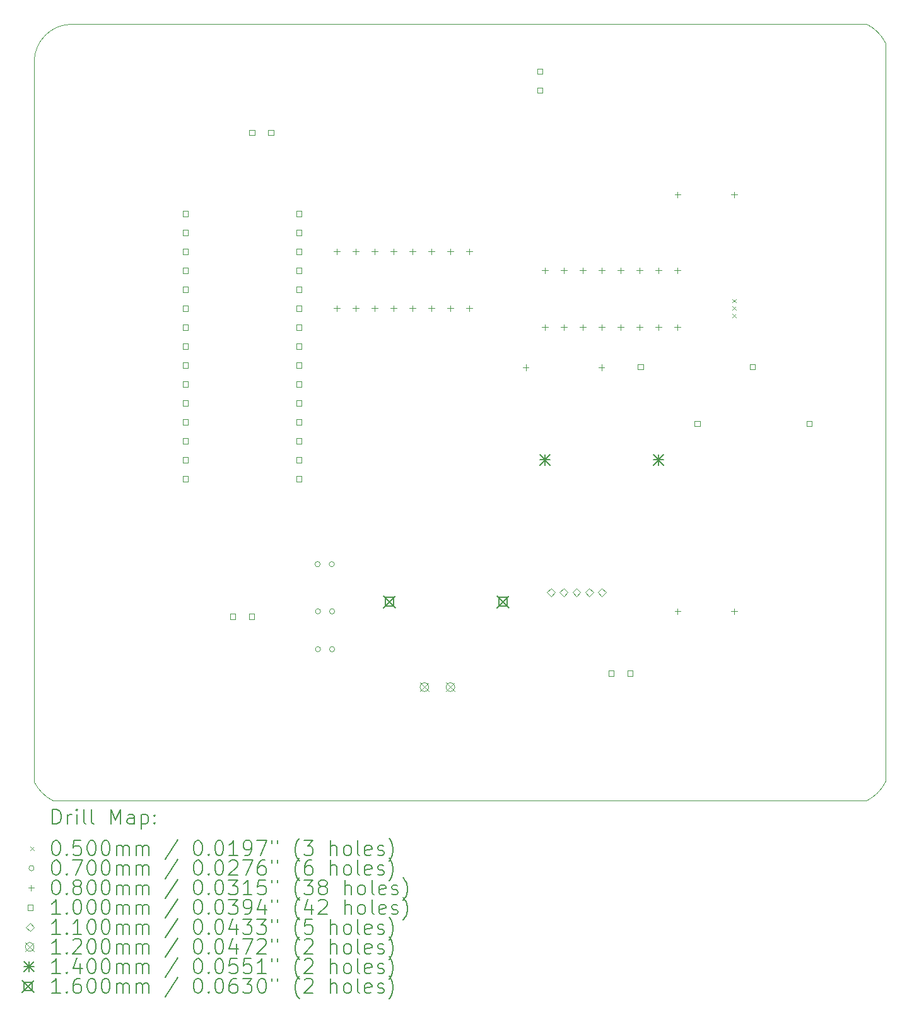
<source format=gbr>
%TF.GenerationSoftware,KiCad,Pcbnew,7.0.2*%
%TF.CreationDate,2023-04-22T23:51:44+05:30*%
%TF.ProjectId,Final circuit pcb file,46696e61-6c20-4636-9972-637569742070,rev?*%
%TF.SameCoordinates,Original*%
%TF.FileFunction,Drillmap*%
%TF.FilePolarity,Positive*%
%FSLAX45Y45*%
G04 Gerber Fmt 4.5, Leading zero omitted, Abs format (unit mm)*
G04 Created by KiCad (PCBNEW 7.0.2) date 2023-04-22 23:51:44*
%MOMM*%
%LPD*%
G01*
G04 APERTURE LIST*
%ADD10C,0.010000*%
%ADD11C,0.200000*%
%ADD12C,0.050000*%
%ADD13C,0.070000*%
%ADD14C,0.080000*%
%ADD15C,0.100000*%
%ADD16C,0.110000*%
%ADD17C,0.120000*%
%ADD18C,0.140000*%
%ADD19C,0.160000*%
G04 APERTURE END LIST*
D10*
X2794000Y-2286000D02*
G75*
G03*
X2286000Y-2794000I0J-508000D01*
G01*
X13462000Y-2286000D02*
X3556000Y-2286000D01*
X2286000Y-2794000D02*
X2286000Y-12446000D01*
X2540000Y-12700000D02*
X13462000Y-12700000D01*
X13716000Y-2540000D02*
G75*
G03*
X13462000Y-2286000I-508000J-254000D01*
G01*
X3556000Y-2286000D02*
X2794000Y-2286000D01*
X2286000Y-12446000D02*
G75*
G03*
X2540000Y-12700000I508000J254000D01*
G01*
X13716000Y-12446000D02*
X13716000Y-2540000D01*
X13462000Y-12700000D02*
G75*
G03*
X13716000Y-12446000I-254000J508000D01*
G01*
D11*
D12*
X11659000Y-5971000D02*
X11709000Y-6021000D01*
X11709000Y-5971000D02*
X11659000Y-6021000D01*
X11659000Y-6071000D02*
X11709000Y-6121000D01*
X11709000Y-6071000D02*
X11659000Y-6121000D01*
X11659000Y-6171000D02*
X11709000Y-6221000D01*
X11709000Y-6171000D02*
X11659000Y-6221000D01*
D13*
X6126000Y-9528000D02*
G75*
G03*
X6126000Y-9528000I-35000J0D01*
G01*
X6131000Y-10160000D02*
G75*
G03*
X6131000Y-10160000I-35000J0D01*
G01*
X6131000Y-10668000D02*
G75*
G03*
X6131000Y-10668000I-35000J0D01*
G01*
X6316000Y-9528000D02*
G75*
G03*
X6316000Y-9528000I-35000J0D01*
G01*
X6321000Y-10160000D02*
G75*
G03*
X6321000Y-10160000I-35000J0D01*
G01*
X6321000Y-10668000D02*
G75*
G03*
X6321000Y-10668000I-35000J0D01*
G01*
D14*
X6350000Y-5294000D02*
X6350000Y-5374000D01*
X6310000Y-5334000D02*
X6390000Y-5334000D01*
X6350000Y-6056000D02*
X6350000Y-6136000D01*
X6310000Y-6096000D02*
X6390000Y-6096000D01*
X6604000Y-5294000D02*
X6604000Y-5374000D01*
X6564000Y-5334000D02*
X6644000Y-5334000D01*
X6604000Y-6056000D02*
X6604000Y-6136000D01*
X6564000Y-6096000D02*
X6644000Y-6096000D01*
X6858000Y-5294000D02*
X6858000Y-5374000D01*
X6818000Y-5334000D02*
X6898000Y-5334000D01*
X6858000Y-6056000D02*
X6858000Y-6136000D01*
X6818000Y-6096000D02*
X6898000Y-6096000D01*
X7112000Y-5294000D02*
X7112000Y-5374000D01*
X7072000Y-5334000D02*
X7152000Y-5334000D01*
X7112000Y-6056000D02*
X7112000Y-6136000D01*
X7072000Y-6096000D02*
X7152000Y-6096000D01*
X7366000Y-5294000D02*
X7366000Y-5374000D01*
X7326000Y-5334000D02*
X7406000Y-5334000D01*
X7366000Y-6056000D02*
X7366000Y-6136000D01*
X7326000Y-6096000D02*
X7406000Y-6096000D01*
X7620000Y-5294000D02*
X7620000Y-5374000D01*
X7580000Y-5334000D02*
X7660000Y-5334000D01*
X7620000Y-6056000D02*
X7620000Y-6136000D01*
X7580000Y-6096000D02*
X7660000Y-6096000D01*
X7874000Y-5294000D02*
X7874000Y-5374000D01*
X7834000Y-5334000D02*
X7914000Y-5334000D01*
X7874000Y-6056000D02*
X7874000Y-6136000D01*
X7834000Y-6096000D02*
X7914000Y-6096000D01*
X8128000Y-5294000D02*
X8128000Y-5374000D01*
X8088000Y-5334000D02*
X8168000Y-5334000D01*
X8128000Y-6056000D02*
X8128000Y-6136000D01*
X8088000Y-6096000D02*
X8168000Y-6096000D01*
X8886000Y-6848000D02*
X8886000Y-6928000D01*
X8846000Y-6888000D02*
X8926000Y-6888000D01*
X9144000Y-5548000D02*
X9144000Y-5628000D01*
X9104000Y-5588000D02*
X9184000Y-5588000D01*
X9144000Y-6310000D02*
X9144000Y-6390000D01*
X9104000Y-6350000D02*
X9184000Y-6350000D01*
X9398000Y-5548000D02*
X9398000Y-5628000D01*
X9358000Y-5588000D02*
X9438000Y-5588000D01*
X9398000Y-6310000D02*
X9398000Y-6390000D01*
X9358000Y-6350000D02*
X9438000Y-6350000D01*
X9652000Y-5548000D02*
X9652000Y-5628000D01*
X9612000Y-5588000D02*
X9692000Y-5588000D01*
X9652000Y-6310000D02*
X9652000Y-6390000D01*
X9612000Y-6350000D02*
X9692000Y-6350000D01*
X9902000Y-6848000D02*
X9902000Y-6928000D01*
X9862000Y-6888000D02*
X9942000Y-6888000D01*
X9906000Y-5548000D02*
X9906000Y-5628000D01*
X9866000Y-5588000D02*
X9946000Y-5588000D01*
X9906000Y-6310000D02*
X9906000Y-6390000D01*
X9866000Y-6350000D02*
X9946000Y-6350000D01*
X10160000Y-5548000D02*
X10160000Y-5628000D01*
X10120000Y-5588000D02*
X10200000Y-5588000D01*
X10160000Y-6310000D02*
X10160000Y-6390000D01*
X10120000Y-6350000D02*
X10200000Y-6350000D01*
X10414000Y-5548000D02*
X10414000Y-5628000D01*
X10374000Y-5588000D02*
X10454000Y-5588000D01*
X10414000Y-6310000D02*
X10414000Y-6390000D01*
X10374000Y-6350000D02*
X10454000Y-6350000D01*
X10668000Y-5548000D02*
X10668000Y-5628000D01*
X10628000Y-5588000D02*
X10708000Y-5588000D01*
X10668000Y-6310000D02*
X10668000Y-6390000D01*
X10628000Y-6350000D02*
X10708000Y-6350000D01*
X10922000Y-5548000D02*
X10922000Y-5628000D01*
X10882000Y-5588000D02*
X10962000Y-5588000D01*
X10922000Y-6310000D02*
X10922000Y-6390000D01*
X10882000Y-6350000D02*
X10962000Y-6350000D01*
X10924000Y-4532000D02*
X10924000Y-4612000D01*
X10884000Y-4572000D02*
X10964000Y-4572000D01*
X10924000Y-10120000D02*
X10924000Y-10200000D01*
X10884000Y-10160000D02*
X10964000Y-10160000D01*
X11684000Y-4532000D02*
X11684000Y-4612000D01*
X11644000Y-4572000D02*
X11724000Y-4572000D01*
X11684000Y-10120000D02*
X11684000Y-10200000D01*
X11644000Y-10160000D02*
X11724000Y-10160000D01*
D15*
X4353356Y-4861356D02*
X4353356Y-4790644D01*
X4282644Y-4790644D01*
X4282644Y-4861356D01*
X4353356Y-4861356D01*
X4353356Y-5115356D02*
X4353356Y-5044644D01*
X4282644Y-5044644D01*
X4282644Y-5115356D01*
X4353356Y-5115356D01*
X4353356Y-5369356D02*
X4353356Y-5298644D01*
X4282644Y-5298644D01*
X4282644Y-5369356D01*
X4353356Y-5369356D01*
X4353356Y-5623356D02*
X4353356Y-5552644D01*
X4282644Y-5552644D01*
X4282644Y-5623356D01*
X4353356Y-5623356D01*
X4353356Y-5877356D02*
X4353356Y-5806644D01*
X4282644Y-5806644D01*
X4282644Y-5877356D01*
X4353356Y-5877356D01*
X4353356Y-6131356D02*
X4353356Y-6060644D01*
X4282644Y-6060644D01*
X4282644Y-6131356D01*
X4353356Y-6131356D01*
X4353356Y-6385356D02*
X4353356Y-6314644D01*
X4282644Y-6314644D01*
X4282644Y-6385356D01*
X4353356Y-6385356D01*
X4353356Y-6639356D02*
X4353356Y-6568644D01*
X4282644Y-6568644D01*
X4282644Y-6639356D01*
X4353356Y-6639356D01*
X4353356Y-6893356D02*
X4353356Y-6822644D01*
X4282644Y-6822644D01*
X4282644Y-6893356D01*
X4353356Y-6893356D01*
X4353356Y-7147356D02*
X4353356Y-7076644D01*
X4282644Y-7076644D01*
X4282644Y-7147356D01*
X4353356Y-7147356D01*
X4353356Y-7401356D02*
X4353356Y-7330644D01*
X4282644Y-7330644D01*
X4282644Y-7401356D01*
X4353356Y-7401356D01*
X4353356Y-7655356D02*
X4353356Y-7584644D01*
X4282644Y-7584644D01*
X4282644Y-7655356D01*
X4353356Y-7655356D01*
X4353356Y-7909356D02*
X4353356Y-7838644D01*
X4282644Y-7838644D01*
X4282644Y-7909356D01*
X4353356Y-7909356D01*
X4353356Y-8163356D02*
X4353356Y-8092644D01*
X4282644Y-8092644D01*
X4282644Y-8163356D01*
X4353356Y-8163356D01*
X4353356Y-8417356D02*
X4353356Y-8346644D01*
X4282644Y-8346644D01*
X4282644Y-8417356D01*
X4353356Y-8417356D01*
X4985356Y-10263356D02*
X4985356Y-10192644D01*
X4914644Y-10192644D01*
X4914644Y-10263356D01*
X4985356Y-10263356D01*
X5239356Y-10263356D02*
X5239356Y-10192644D01*
X5168644Y-10192644D01*
X5168644Y-10263356D01*
X5239356Y-10263356D01*
X5245356Y-3777356D02*
X5245356Y-3706644D01*
X5174644Y-3706644D01*
X5174644Y-3777356D01*
X5245356Y-3777356D01*
X5499356Y-3777356D02*
X5499356Y-3706644D01*
X5428644Y-3706644D01*
X5428644Y-3777356D01*
X5499356Y-3777356D01*
X5877356Y-4861356D02*
X5877356Y-4790644D01*
X5806644Y-4790644D01*
X5806644Y-4861356D01*
X5877356Y-4861356D01*
X5877356Y-5115356D02*
X5877356Y-5044644D01*
X5806644Y-5044644D01*
X5806644Y-5115356D01*
X5877356Y-5115356D01*
X5877356Y-5369356D02*
X5877356Y-5298644D01*
X5806644Y-5298644D01*
X5806644Y-5369356D01*
X5877356Y-5369356D01*
X5877356Y-5623356D02*
X5877356Y-5552644D01*
X5806644Y-5552644D01*
X5806644Y-5623356D01*
X5877356Y-5623356D01*
X5877356Y-5877356D02*
X5877356Y-5806644D01*
X5806644Y-5806644D01*
X5806644Y-5877356D01*
X5877356Y-5877356D01*
X5877356Y-6131356D02*
X5877356Y-6060644D01*
X5806644Y-6060644D01*
X5806644Y-6131356D01*
X5877356Y-6131356D01*
X5877356Y-6385356D02*
X5877356Y-6314644D01*
X5806644Y-6314644D01*
X5806644Y-6385356D01*
X5877356Y-6385356D01*
X5877356Y-6639356D02*
X5877356Y-6568644D01*
X5806644Y-6568644D01*
X5806644Y-6639356D01*
X5877356Y-6639356D01*
X5877356Y-6893356D02*
X5877356Y-6822644D01*
X5806644Y-6822644D01*
X5806644Y-6893356D01*
X5877356Y-6893356D01*
X5877356Y-7147356D02*
X5877356Y-7076644D01*
X5806644Y-7076644D01*
X5806644Y-7147356D01*
X5877356Y-7147356D01*
X5877356Y-7401356D02*
X5877356Y-7330644D01*
X5806644Y-7330644D01*
X5806644Y-7401356D01*
X5877356Y-7401356D01*
X5877356Y-7655356D02*
X5877356Y-7584644D01*
X5806644Y-7584644D01*
X5806644Y-7655356D01*
X5877356Y-7655356D01*
X5877356Y-7909356D02*
X5877356Y-7838644D01*
X5806644Y-7838644D01*
X5806644Y-7909356D01*
X5877356Y-7909356D01*
X5877356Y-8163356D02*
X5877356Y-8092644D01*
X5806644Y-8092644D01*
X5806644Y-8163356D01*
X5877356Y-8163356D01*
X5877356Y-8417356D02*
X5877356Y-8346644D01*
X5806644Y-8346644D01*
X5806644Y-8417356D01*
X5877356Y-8417356D01*
X9111356Y-2953356D02*
X9111356Y-2882644D01*
X9040644Y-2882644D01*
X9040644Y-2953356D01*
X9111356Y-2953356D01*
X9111356Y-3207356D02*
X9111356Y-3136644D01*
X9040644Y-3136644D01*
X9040644Y-3207356D01*
X9111356Y-3207356D01*
X10065356Y-11025356D02*
X10065356Y-10954644D01*
X9994644Y-10954644D01*
X9994644Y-11025356D01*
X10065356Y-11025356D01*
X10319356Y-11025356D02*
X10319356Y-10954644D01*
X10248644Y-10954644D01*
X10248644Y-11025356D01*
X10319356Y-11025356D01*
X10461356Y-6917606D02*
X10461356Y-6846894D01*
X10390644Y-6846894D01*
X10390644Y-6917606D01*
X10461356Y-6917606D01*
X11223356Y-7679606D02*
X11223356Y-7608894D01*
X11152644Y-7608894D01*
X11152644Y-7679606D01*
X11223356Y-7679606D01*
X11961356Y-6917606D02*
X11961356Y-6846894D01*
X11890644Y-6846894D01*
X11890644Y-6917606D01*
X11961356Y-6917606D01*
X12723356Y-7679606D02*
X12723356Y-7608894D01*
X12652644Y-7608894D01*
X12652644Y-7679606D01*
X12723356Y-7679606D01*
D16*
X9226000Y-9961000D02*
X9281000Y-9906000D01*
X9226000Y-9851000D01*
X9171000Y-9906000D01*
X9226000Y-9961000D01*
X9396000Y-9961000D02*
X9451000Y-9906000D01*
X9396000Y-9851000D01*
X9341000Y-9906000D01*
X9396000Y-9961000D01*
X9566000Y-9961000D02*
X9621000Y-9906000D01*
X9566000Y-9851000D01*
X9511000Y-9906000D01*
X9566000Y-9961000D01*
X9736000Y-9961000D02*
X9791000Y-9906000D01*
X9736000Y-9851000D01*
X9681000Y-9906000D01*
X9736000Y-9961000D01*
X9906000Y-9961000D02*
X9961000Y-9906000D01*
X9906000Y-9851000D01*
X9851000Y-9906000D01*
X9906000Y-9961000D01*
D17*
X7464000Y-11116000D02*
X7584000Y-11236000D01*
X7584000Y-11116000D02*
X7464000Y-11236000D01*
X7584000Y-11176000D02*
G75*
G03*
X7584000Y-11176000I-60000J0D01*
G01*
X7814000Y-11116000D02*
X7934000Y-11236000D01*
X7934000Y-11116000D02*
X7814000Y-11236000D01*
X7934000Y-11176000D02*
G75*
G03*
X7934000Y-11176000I-60000J0D01*
G01*
D18*
X9074000Y-8058000D02*
X9214000Y-8198000D01*
X9214000Y-8058000D02*
X9074000Y-8198000D01*
X9144000Y-8058000D02*
X9144000Y-8198000D01*
X9074000Y-8128000D02*
X9214000Y-8128000D01*
X10598000Y-8058000D02*
X10738000Y-8198000D01*
X10738000Y-8058000D02*
X10598000Y-8198000D01*
X10668000Y-8058000D02*
X10668000Y-8198000D01*
X10598000Y-8128000D02*
X10738000Y-8128000D01*
D19*
X6976000Y-9951000D02*
X7136000Y-10111000D01*
X7136000Y-9951000D02*
X6976000Y-10111000D01*
X7112569Y-10087569D02*
X7112569Y-9974431D01*
X6999431Y-9974431D01*
X6999431Y-10087569D01*
X7112569Y-10087569D01*
X8500000Y-9951000D02*
X8660000Y-10111000D01*
X8660000Y-9951000D02*
X8500000Y-10111000D01*
X8636569Y-10087569D02*
X8636569Y-9974431D01*
X8523431Y-9974431D01*
X8523431Y-10087569D01*
X8636569Y-10087569D01*
D11*
X2533119Y-13013024D02*
X2533119Y-12813024D01*
X2533119Y-12813024D02*
X2580738Y-12813024D01*
X2580738Y-12813024D02*
X2609310Y-12822547D01*
X2609310Y-12822547D02*
X2628357Y-12841595D01*
X2628357Y-12841595D02*
X2637881Y-12860643D01*
X2637881Y-12860643D02*
X2647405Y-12898738D01*
X2647405Y-12898738D02*
X2647405Y-12927309D01*
X2647405Y-12927309D02*
X2637881Y-12965405D01*
X2637881Y-12965405D02*
X2628357Y-12984452D01*
X2628357Y-12984452D02*
X2609310Y-13003500D01*
X2609310Y-13003500D02*
X2580738Y-13013024D01*
X2580738Y-13013024D02*
X2533119Y-13013024D01*
X2733119Y-13013024D02*
X2733119Y-12879690D01*
X2733119Y-12917786D02*
X2742643Y-12898738D01*
X2742643Y-12898738D02*
X2752167Y-12889214D01*
X2752167Y-12889214D02*
X2771214Y-12879690D01*
X2771214Y-12879690D02*
X2790262Y-12879690D01*
X2856928Y-13013024D02*
X2856928Y-12879690D01*
X2856928Y-12813024D02*
X2847405Y-12822547D01*
X2847405Y-12822547D02*
X2856928Y-12832071D01*
X2856928Y-12832071D02*
X2866452Y-12822547D01*
X2866452Y-12822547D02*
X2856928Y-12813024D01*
X2856928Y-12813024D02*
X2856928Y-12832071D01*
X2980738Y-13013024D02*
X2961690Y-13003500D01*
X2961690Y-13003500D02*
X2952167Y-12984452D01*
X2952167Y-12984452D02*
X2952167Y-12813024D01*
X3085500Y-13013024D02*
X3066452Y-13003500D01*
X3066452Y-13003500D02*
X3056928Y-12984452D01*
X3056928Y-12984452D02*
X3056928Y-12813024D01*
X3314071Y-13013024D02*
X3314071Y-12813024D01*
X3314071Y-12813024D02*
X3380738Y-12955881D01*
X3380738Y-12955881D02*
X3447405Y-12813024D01*
X3447405Y-12813024D02*
X3447405Y-13013024D01*
X3628357Y-13013024D02*
X3628357Y-12908262D01*
X3628357Y-12908262D02*
X3618833Y-12889214D01*
X3618833Y-12889214D02*
X3599786Y-12879690D01*
X3599786Y-12879690D02*
X3561690Y-12879690D01*
X3561690Y-12879690D02*
X3542643Y-12889214D01*
X3628357Y-13003500D02*
X3609309Y-13013024D01*
X3609309Y-13013024D02*
X3561690Y-13013024D01*
X3561690Y-13013024D02*
X3542643Y-13003500D01*
X3542643Y-13003500D02*
X3533119Y-12984452D01*
X3533119Y-12984452D02*
X3533119Y-12965405D01*
X3533119Y-12965405D02*
X3542643Y-12946357D01*
X3542643Y-12946357D02*
X3561690Y-12936833D01*
X3561690Y-12936833D02*
X3609309Y-12936833D01*
X3609309Y-12936833D02*
X3628357Y-12927309D01*
X3723595Y-12879690D02*
X3723595Y-13079690D01*
X3723595Y-12889214D02*
X3742643Y-12879690D01*
X3742643Y-12879690D02*
X3780738Y-12879690D01*
X3780738Y-12879690D02*
X3799786Y-12889214D01*
X3799786Y-12889214D02*
X3809309Y-12898738D01*
X3809309Y-12898738D02*
X3818833Y-12917786D01*
X3818833Y-12917786D02*
X3818833Y-12974928D01*
X3818833Y-12974928D02*
X3809309Y-12993976D01*
X3809309Y-12993976D02*
X3799786Y-13003500D01*
X3799786Y-13003500D02*
X3780738Y-13013024D01*
X3780738Y-13013024D02*
X3742643Y-13013024D01*
X3742643Y-13013024D02*
X3723595Y-13003500D01*
X3904548Y-12993976D02*
X3914071Y-13003500D01*
X3914071Y-13003500D02*
X3904548Y-13013024D01*
X3904548Y-13013024D02*
X3895024Y-13003500D01*
X3895024Y-13003500D02*
X3904548Y-12993976D01*
X3904548Y-12993976D02*
X3904548Y-13013024D01*
X3904548Y-12889214D02*
X3914071Y-12898738D01*
X3914071Y-12898738D02*
X3904548Y-12908262D01*
X3904548Y-12908262D02*
X3895024Y-12898738D01*
X3895024Y-12898738D02*
X3904548Y-12889214D01*
X3904548Y-12889214D02*
X3904548Y-12908262D01*
D12*
X2235500Y-13315500D02*
X2285500Y-13365500D01*
X2285500Y-13315500D02*
X2235500Y-13365500D01*
D11*
X2571214Y-13233024D02*
X2590262Y-13233024D01*
X2590262Y-13233024D02*
X2609310Y-13242547D01*
X2609310Y-13242547D02*
X2618833Y-13252071D01*
X2618833Y-13252071D02*
X2628357Y-13271119D01*
X2628357Y-13271119D02*
X2637881Y-13309214D01*
X2637881Y-13309214D02*
X2637881Y-13356833D01*
X2637881Y-13356833D02*
X2628357Y-13394928D01*
X2628357Y-13394928D02*
X2618833Y-13413976D01*
X2618833Y-13413976D02*
X2609310Y-13423500D01*
X2609310Y-13423500D02*
X2590262Y-13433024D01*
X2590262Y-13433024D02*
X2571214Y-13433024D01*
X2571214Y-13433024D02*
X2552167Y-13423500D01*
X2552167Y-13423500D02*
X2542643Y-13413976D01*
X2542643Y-13413976D02*
X2533119Y-13394928D01*
X2533119Y-13394928D02*
X2523595Y-13356833D01*
X2523595Y-13356833D02*
X2523595Y-13309214D01*
X2523595Y-13309214D02*
X2533119Y-13271119D01*
X2533119Y-13271119D02*
X2542643Y-13252071D01*
X2542643Y-13252071D02*
X2552167Y-13242547D01*
X2552167Y-13242547D02*
X2571214Y-13233024D01*
X2723595Y-13413976D02*
X2733119Y-13423500D01*
X2733119Y-13423500D02*
X2723595Y-13433024D01*
X2723595Y-13433024D02*
X2714071Y-13423500D01*
X2714071Y-13423500D02*
X2723595Y-13413976D01*
X2723595Y-13413976D02*
X2723595Y-13433024D01*
X2914071Y-13233024D02*
X2818833Y-13233024D01*
X2818833Y-13233024D02*
X2809309Y-13328262D01*
X2809309Y-13328262D02*
X2818833Y-13318738D01*
X2818833Y-13318738D02*
X2837881Y-13309214D01*
X2837881Y-13309214D02*
X2885500Y-13309214D01*
X2885500Y-13309214D02*
X2904548Y-13318738D01*
X2904548Y-13318738D02*
X2914071Y-13328262D01*
X2914071Y-13328262D02*
X2923595Y-13347309D01*
X2923595Y-13347309D02*
X2923595Y-13394928D01*
X2923595Y-13394928D02*
X2914071Y-13413976D01*
X2914071Y-13413976D02*
X2904548Y-13423500D01*
X2904548Y-13423500D02*
X2885500Y-13433024D01*
X2885500Y-13433024D02*
X2837881Y-13433024D01*
X2837881Y-13433024D02*
X2818833Y-13423500D01*
X2818833Y-13423500D02*
X2809309Y-13413976D01*
X3047405Y-13233024D02*
X3066452Y-13233024D01*
X3066452Y-13233024D02*
X3085500Y-13242547D01*
X3085500Y-13242547D02*
X3095024Y-13252071D01*
X3095024Y-13252071D02*
X3104548Y-13271119D01*
X3104548Y-13271119D02*
X3114071Y-13309214D01*
X3114071Y-13309214D02*
X3114071Y-13356833D01*
X3114071Y-13356833D02*
X3104548Y-13394928D01*
X3104548Y-13394928D02*
X3095024Y-13413976D01*
X3095024Y-13413976D02*
X3085500Y-13423500D01*
X3085500Y-13423500D02*
X3066452Y-13433024D01*
X3066452Y-13433024D02*
X3047405Y-13433024D01*
X3047405Y-13433024D02*
X3028357Y-13423500D01*
X3028357Y-13423500D02*
X3018833Y-13413976D01*
X3018833Y-13413976D02*
X3009309Y-13394928D01*
X3009309Y-13394928D02*
X2999786Y-13356833D01*
X2999786Y-13356833D02*
X2999786Y-13309214D01*
X2999786Y-13309214D02*
X3009309Y-13271119D01*
X3009309Y-13271119D02*
X3018833Y-13252071D01*
X3018833Y-13252071D02*
X3028357Y-13242547D01*
X3028357Y-13242547D02*
X3047405Y-13233024D01*
X3237881Y-13233024D02*
X3256929Y-13233024D01*
X3256929Y-13233024D02*
X3275976Y-13242547D01*
X3275976Y-13242547D02*
X3285500Y-13252071D01*
X3285500Y-13252071D02*
X3295024Y-13271119D01*
X3295024Y-13271119D02*
X3304548Y-13309214D01*
X3304548Y-13309214D02*
X3304548Y-13356833D01*
X3304548Y-13356833D02*
X3295024Y-13394928D01*
X3295024Y-13394928D02*
X3285500Y-13413976D01*
X3285500Y-13413976D02*
X3275976Y-13423500D01*
X3275976Y-13423500D02*
X3256929Y-13433024D01*
X3256929Y-13433024D02*
X3237881Y-13433024D01*
X3237881Y-13433024D02*
X3218833Y-13423500D01*
X3218833Y-13423500D02*
X3209309Y-13413976D01*
X3209309Y-13413976D02*
X3199786Y-13394928D01*
X3199786Y-13394928D02*
X3190262Y-13356833D01*
X3190262Y-13356833D02*
X3190262Y-13309214D01*
X3190262Y-13309214D02*
X3199786Y-13271119D01*
X3199786Y-13271119D02*
X3209309Y-13252071D01*
X3209309Y-13252071D02*
X3218833Y-13242547D01*
X3218833Y-13242547D02*
X3237881Y-13233024D01*
X3390262Y-13433024D02*
X3390262Y-13299690D01*
X3390262Y-13318738D02*
X3399786Y-13309214D01*
X3399786Y-13309214D02*
X3418833Y-13299690D01*
X3418833Y-13299690D02*
X3447405Y-13299690D01*
X3447405Y-13299690D02*
X3466452Y-13309214D01*
X3466452Y-13309214D02*
X3475976Y-13328262D01*
X3475976Y-13328262D02*
X3475976Y-13433024D01*
X3475976Y-13328262D02*
X3485500Y-13309214D01*
X3485500Y-13309214D02*
X3504548Y-13299690D01*
X3504548Y-13299690D02*
X3533119Y-13299690D01*
X3533119Y-13299690D02*
X3552167Y-13309214D01*
X3552167Y-13309214D02*
X3561690Y-13328262D01*
X3561690Y-13328262D02*
X3561690Y-13433024D01*
X3656929Y-13433024D02*
X3656929Y-13299690D01*
X3656929Y-13318738D02*
X3666452Y-13309214D01*
X3666452Y-13309214D02*
X3685500Y-13299690D01*
X3685500Y-13299690D02*
X3714071Y-13299690D01*
X3714071Y-13299690D02*
X3733119Y-13309214D01*
X3733119Y-13309214D02*
X3742643Y-13328262D01*
X3742643Y-13328262D02*
X3742643Y-13433024D01*
X3742643Y-13328262D02*
X3752167Y-13309214D01*
X3752167Y-13309214D02*
X3771214Y-13299690D01*
X3771214Y-13299690D02*
X3799786Y-13299690D01*
X3799786Y-13299690D02*
X3818833Y-13309214D01*
X3818833Y-13309214D02*
X3828357Y-13328262D01*
X3828357Y-13328262D02*
X3828357Y-13433024D01*
X4218833Y-13223500D02*
X4047405Y-13480643D01*
X4475976Y-13233024D02*
X4495024Y-13233024D01*
X4495024Y-13233024D02*
X4514072Y-13242547D01*
X4514072Y-13242547D02*
X4523595Y-13252071D01*
X4523595Y-13252071D02*
X4533119Y-13271119D01*
X4533119Y-13271119D02*
X4542643Y-13309214D01*
X4542643Y-13309214D02*
X4542643Y-13356833D01*
X4542643Y-13356833D02*
X4533119Y-13394928D01*
X4533119Y-13394928D02*
X4523595Y-13413976D01*
X4523595Y-13413976D02*
X4514072Y-13423500D01*
X4514072Y-13423500D02*
X4495024Y-13433024D01*
X4495024Y-13433024D02*
X4475976Y-13433024D01*
X4475976Y-13433024D02*
X4456929Y-13423500D01*
X4456929Y-13423500D02*
X4447405Y-13413976D01*
X4447405Y-13413976D02*
X4437881Y-13394928D01*
X4437881Y-13394928D02*
X4428357Y-13356833D01*
X4428357Y-13356833D02*
X4428357Y-13309214D01*
X4428357Y-13309214D02*
X4437881Y-13271119D01*
X4437881Y-13271119D02*
X4447405Y-13252071D01*
X4447405Y-13252071D02*
X4456929Y-13242547D01*
X4456929Y-13242547D02*
X4475976Y-13233024D01*
X4628357Y-13413976D02*
X4637881Y-13423500D01*
X4637881Y-13423500D02*
X4628357Y-13433024D01*
X4628357Y-13433024D02*
X4618834Y-13423500D01*
X4618834Y-13423500D02*
X4628357Y-13413976D01*
X4628357Y-13413976D02*
X4628357Y-13433024D01*
X4761691Y-13233024D02*
X4780738Y-13233024D01*
X4780738Y-13233024D02*
X4799786Y-13242547D01*
X4799786Y-13242547D02*
X4809310Y-13252071D01*
X4809310Y-13252071D02*
X4818834Y-13271119D01*
X4818834Y-13271119D02*
X4828357Y-13309214D01*
X4828357Y-13309214D02*
X4828357Y-13356833D01*
X4828357Y-13356833D02*
X4818834Y-13394928D01*
X4818834Y-13394928D02*
X4809310Y-13413976D01*
X4809310Y-13413976D02*
X4799786Y-13423500D01*
X4799786Y-13423500D02*
X4780738Y-13433024D01*
X4780738Y-13433024D02*
X4761691Y-13433024D01*
X4761691Y-13433024D02*
X4742643Y-13423500D01*
X4742643Y-13423500D02*
X4733119Y-13413976D01*
X4733119Y-13413976D02*
X4723595Y-13394928D01*
X4723595Y-13394928D02*
X4714072Y-13356833D01*
X4714072Y-13356833D02*
X4714072Y-13309214D01*
X4714072Y-13309214D02*
X4723595Y-13271119D01*
X4723595Y-13271119D02*
X4733119Y-13252071D01*
X4733119Y-13252071D02*
X4742643Y-13242547D01*
X4742643Y-13242547D02*
X4761691Y-13233024D01*
X5018834Y-13433024D02*
X4904548Y-13433024D01*
X4961691Y-13433024D02*
X4961691Y-13233024D01*
X4961691Y-13233024D02*
X4942643Y-13261595D01*
X4942643Y-13261595D02*
X4923595Y-13280643D01*
X4923595Y-13280643D02*
X4904548Y-13290166D01*
X5114072Y-13433024D02*
X5152167Y-13433024D01*
X5152167Y-13433024D02*
X5171215Y-13423500D01*
X5171215Y-13423500D02*
X5180738Y-13413976D01*
X5180738Y-13413976D02*
X5199786Y-13385405D01*
X5199786Y-13385405D02*
X5209310Y-13347309D01*
X5209310Y-13347309D02*
X5209310Y-13271119D01*
X5209310Y-13271119D02*
X5199786Y-13252071D01*
X5199786Y-13252071D02*
X5190262Y-13242547D01*
X5190262Y-13242547D02*
X5171215Y-13233024D01*
X5171215Y-13233024D02*
X5133119Y-13233024D01*
X5133119Y-13233024D02*
X5114072Y-13242547D01*
X5114072Y-13242547D02*
X5104548Y-13252071D01*
X5104548Y-13252071D02*
X5095024Y-13271119D01*
X5095024Y-13271119D02*
X5095024Y-13318738D01*
X5095024Y-13318738D02*
X5104548Y-13337786D01*
X5104548Y-13337786D02*
X5114072Y-13347309D01*
X5114072Y-13347309D02*
X5133119Y-13356833D01*
X5133119Y-13356833D02*
X5171215Y-13356833D01*
X5171215Y-13356833D02*
X5190262Y-13347309D01*
X5190262Y-13347309D02*
X5199786Y-13337786D01*
X5199786Y-13337786D02*
X5209310Y-13318738D01*
X5275976Y-13233024D02*
X5409310Y-13233024D01*
X5409310Y-13233024D02*
X5323595Y-13433024D01*
X5475976Y-13233024D02*
X5475976Y-13271119D01*
X5552167Y-13233024D02*
X5552167Y-13271119D01*
X5847405Y-13509214D02*
X5837881Y-13499690D01*
X5837881Y-13499690D02*
X5818834Y-13471119D01*
X5818834Y-13471119D02*
X5809310Y-13452071D01*
X5809310Y-13452071D02*
X5799786Y-13423500D01*
X5799786Y-13423500D02*
X5790262Y-13375881D01*
X5790262Y-13375881D02*
X5790262Y-13337786D01*
X5790262Y-13337786D02*
X5799786Y-13290166D01*
X5799786Y-13290166D02*
X5809310Y-13261595D01*
X5809310Y-13261595D02*
X5818834Y-13242547D01*
X5818834Y-13242547D02*
X5837881Y-13213976D01*
X5837881Y-13213976D02*
X5847405Y-13204452D01*
X5904548Y-13233024D02*
X6028357Y-13233024D01*
X6028357Y-13233024D02*
X5961691Y-13309214D01*
X5961691Y-13309214D02*
X5990262Y-13309214D01*
X5990262Y-13309214D02*
X6009310Y-13318738D01*
X6009310Y-13318738D02*
X6018834Y-13328262D01*
X6018834Y-13328262D02*
X6028357Y-13347309D01*
X6028357Y-13347309D02*
X6028357Y-13394928D01*
X6028357Y-13394928D02*
X6018834Y-13413976D01*
X6018834Y-13413976D02*
X6009310Y-13423500D01*
X6009310Y-13423500D02*
X5990262Y-13433024D01*
X5990262Y-13433024D02*
X5933119Y-13433024D01*
X5933119Y-13433024D02*
X5914072Y-13423500D01*
X5914072Y-13423500D02*
X5904548Y-13413976D01*
X6266453Y-13433024D02*
X6266453Y-13233024D01*
X6352167Y-13433024D02*
X6352167Y-13328262D01*
X6352167Y-13328262D02*
X6342643Y-13309214D01*
X6342643Y-13309214D02*
X6323596Y-13299690D01*
X6323596Y-13299690D02*
X6295024Y-13299690D01*
X6295024Y-13299690D02*
X6275976Y-13309214D01*
X6275976Y-13309214D02*
X6266453Y-13318738D01*
X6475976Y-13433024D02*
X6456929Y-13423500D01*
X6456929Y-13423500D02*
X6447405Y-13413976D01*
X6447405Y-13413976D02*
X6437881Y-13394928D01*
X6437881Y-13394928D02*
X6437881Y-13337786D01*
X6437881Y-13337786D02*
X6447405Y-13318738D01*
X6447405Y-13318738D02*
X6456929Y-13309214D01*
X6456929Y-13309214D02*
X6475976Y-13299690D01*
X6475976Y-13299690D02*
X6504548Y-13299690D01*
X6504548Y-13299690D02*
X6523596Y-13309214D01*
X6523596Y-13309214D02*
X6533119Y-13318738D01*
X6533119Y-13318738D02*
X6542643Y-13337786D01*
X6542643Y-13337786D02*
X6542643Y-13394928D01*
X6542643Y-13394928D02*
X6533119Y-13413976D01*
X6533119Y-13413976D02*
X6523596Y-13423500D01*
X6523596Y-13423500D02*
X6504548Y-13433024D01*
X6504548Y-13433024D02*
X6475976Y-13433024D01*
X6656929Y-13433024D02*
X6637881Y-13423500D01*
X6637881Y-13423500D02*
X6628357Y-13404452D01*
X6628357Y-13404452D02*
X6628357Y-13233024D01*
X6809310Y-13423500D02*
X6790262Y-13433024D01*
X6790262Y-13433024D02*
X6752167Y-13433024D01*
X6752167Y-13433024D02*
X6733119Y-13423500D01*
X6733119Y-13423500D02*
X6723596Y-13404452D01*
X6723596Y-13404452D02*
X6723596Y-13328262D01*
X6723596Y-13328262D02*
X6733119Y-13309214D01*
X6733119Y-13309214D02*
X6752167Y-13299690D01*
X6752167Y-13299690D02*
X6790262Y-13299690D01*
X6790262Y-13299690D02*
X6809310Y-13309214D01*
X6809310Y-13309214D02*
X6818834Y-13328262D01*
X6818834Y-13328262D02*
X6818834Y-13347309D01*
X6818834Y-13347309D02*
X6723596Y-13366357D01*
X6895024Y-13423500D02*
X6914072Y-13433024D01*
X6914072Y-13433024D02*
X6952167Y-13433024D01*
X6952167Y-13433024D02*
X6971215Y-13423500D01*
X6971215Y-13423500D02*
X6980738Y-13404452D01*
X6980738Y-13404452D02*
X6980738Y-13394928D01*
X6980738Y-13394928D02*
X6971215Y-13375881D01*
X6971215Y-13375881D02*
X6952167Y-13366357D01*
X6952167Y-13366357D02*
X6923596Y-13366357D01*
X6923596Y-13366357D02*
X6904548Y-13356833D01*
X6904548Y-13356833D02*
X6895024Y-13337786D01*
X6895024Y-13337786D02*
X6895024Y-13328262D01*
X6895024Y-13328262D02*
X6904548Y-13309214D01*
X6904548Y-13309214D02*
X6923596Y-13299690D01*
X6923596Y-13299690D02*
X6952167Y-13299690D01*
X6952167Y-13299690D02*
X6971215Y-13309214D01*
X7047405Y-13509214D02*
X7056929Y-13499690D01*
X7056929Y-13499690D02*
X7075977Y-13471119D01*
X7075977Y-13471119D02*
X7085500Y-13452071D01*
X7085500Y-13452071D02*
X7095024Y-13423500D01*
X7095024Y-13423500D02*
X7104548Y-13375881D01*
X7104548Y-13375881D02*
X7104548Y-13337786D01*
X7104548Y-13337786D02*
X7095024Y-13290166D01*
X7095024Y-13290166D02*
X7085500Y-13261595D01*
X7085500Y-13261595D02*
X7075977Y-13242547D01*
X7075977Y-13242547D02*
X7056929Y-13213976D01*
X7056929Y-13213976D02*
X7047405Y-13204452D01*
D13*
X2285500Y-13604500D02*
G75*
G03*
X2285500Y-13604500I-35000J0D01*
G01*
D11*
X2571214Y-13497024D02*
X2590262Y-13497024D01*
X2590262Y-13497024D02*
X2609310Y-13506547D01*
X2609310Y-13506547D02*
X2618833Y-13516071D01*
X2618833Y-13516071D02*
X2628357Y-13535119D01*
X2628357Y-13535119D02*
X2637881Y-13573214D01*
X2637881Y-13573214D02*
X2637881Y-13620833D01*
X2637881Y-13620833D02*
X2628357Y-13658928D01*
X2628357Y-13658928D02*
X2618833Y-13677976D01*
X2618833Y-13677976D02*
X2609310Y-13687500D01*
X2609310Y-13687500D02*
X2590262Y-13697024D01*
X2590262Y-13697024D02*
X2571214Y-13697024D01*
X2571214Y-13697024D02*
X2552167Y-13687500D01*
X2552167Y-13687500D02*
X2542643Y-13677976D01*
X2542643Y-13677976D02*
X2533119Y-13658928D01*
X2533119Y-13658928D02*
X2523595Y-13620833D01*
X2523595Y-13620833D02*
X2523595Y-13573214D01*
X2523595Y-13573214D02*
X2533119Y-13535119D01*
X2533119Y-13535119D02*
X2542643Y-13516071D01*
X2542643Y-13516071D02*
X2552167Y-13506547D01*
X2552167Y-13506547D02*
X2571214Y-13497024D01*
X2723595Y-13677976D02*
X2733119Y-13687500D01*
X2733119Y-13687500D02*
X2723595Y-13697024D01*
X2723595Y-13697024D02*
X2714071Y-13687500D01*
X2714071Y-13687500D02*
X2723595Y-13677976D01*
X2723595Y-13677976D02*
X2723595Y-13697024D01*
X2799786Y-13497024D02*
X2933119Y-13497024D01*
X2933119Y-13497024D02*
X2847405Y-13697024D01*
X3047405Y-13497024D02*
X3066452Y-13497024D01*
X3066452Y-13497024D02*
X3085500Y-13506547D01*
X3085500Y-13506547D02*
X3095024Y-13516071D01*
X3095024Y-13516071D02*
X3104548Y-13535119D01*
X3104548Y-13535119D02*
X3114071Y-13573214D01*
X3114071Y-13573214D02*
X3114071Y-13620833D01*
X3114071Y-13620833D02*
X3104548Y-13658928D01*
X3104548Y-13658928D02*
X3095024Y-13677976D01*
X3095024Y-13677976D02*
X3085500Y-13687500D01*
X3085500Y-13687500D02*
X3066452Y-13697024D01*
X3066452Y-13697024D02*
X3047405Y-13697024D01*
X3047405Y-13697024D02*
X3028357Y-13687500D01*
X3028357Y-13687500D02*
X3018833Y-13677976D01*
X3018833Y-13677976D02*
X3009309Y-13658928D01*
X3009309Y-13658928D02*
X2999786Y-13620833D01*
X2999786Y-13620833D02*
X2999786Y-13573214D01*
X2999786Y-13573214D02*
X3009309Y-13535119D01*
X3009309Y-13535119D02*
X3018833Y-13516071D01*
X3018833Y-13516071D02*
X3028357Y-13506547D01*
X3028357Y-13506547D02*
X3047405Y-13497024D01*
X3237881Y-13497024D02*
X3256929Y-13497024D01*
X3256929Y-13497024D02*
X3275976Y-13506547D01*
X3275976Y-13506547D02*
X3285500Y-13516071D01*
X3285500Y-13516071D02*
X3295024Y-13535119D01*
X3295024Y-13535119D02*
X3304548Y-13573214D01*
X3304548Y-13573214D02*
X3304548Y-13620833D01*
X3304548Y-13620833D02*
X3295024Y-13658928D01*
X3295024Y-13658928D02*
X3285500Y-13677976D01*
X3285500Y-13677976D02*
X3275976Y-13687500D01*
X3275976Y-13687500D02*
X3256929Y-13697024D01*
X3256929Y-13697024D02*
X3237881Y-13697024D01*
X3237881Y-13697024D02*
X3218833Y-13687500D01*
X3218833Y-13687500D02*
X3209309Y-13677976D01*
X3209309Y-13677976D02*
X3199786Y-13658928D01*
X3199786Y-13658928D02*
X3190262Y-13620833D01*
X3190262Y-13620833D02*
X3190262Y-13573214D01*
X3190262Y-13573214D02*
X3199786Y-13535119D01*
X3199786Y-13535119D02*
X3209309Y-13516071D01*
X3209309Y-13516071D02*
X3218833Y-13506547D01*
X3218833Y-13506547D02*
X3237881Y-13497024D01*
X3390262Y-13697024D02*
X3390262Y-13563690D01*
X3390262Y-13582738D02*
X3399786Y-13573214D01*
X3399786Y-13573214D02*
X3418833Y-13563690D01*
X3418833Y-13563690D02*
X3447405Y-13563690D01*
X3447405Y-13563690D02*
X3466452Y-13573214D01*
X3466452Y-13573214D02*
X3475976Y-13592262D01*
X3475976Y-13592262D02*
X3475976Y-13697024D01*
X3475976Y-13592262D02*
X3485500Y-13573214D01*
X3485500Y-13573214D02*
X3504548Y-13563690D01*
X3504548Y-13563690D02*
X3533119Y-13563690D01*
X3533119Y-13563690D02*
X3552167Y-13573214D01*
X3552167Y-13573214D02*
X3561690Y-13592262D01*
X3561690Y-13592262D02*
X3561690Y-13697024D01*
X3656929Y-13697024D02*
X3656929Y-13563690D01*
X3656929Y-13582738D02*
X3666452Y-13573214D01*
X3666452Y-13573214D02*
X3685500Y-13563690D01*
X3685500Y-13563690D02*
X3714071Y-13563690D01*
X3714071Y-13563690D02*
X3733119Y-13573214D01*
X3733119Y-13573214D02*
X3742643Y-13592262D01*
X3742643Y-13592262D02*
X3742643Y-13697024D01*
X3742643Y-13592262D02*
X3752167Y-13573214D01*
X3752167Y-13573214D02*
X3771214Y-13563690D01*
X3771214Y-13563690D02*
X3799786Y-13563690D01*
X3799786Y-13563690D02*
X3818833Y-13573214D01*
X3818833Y-13573214D02*
X3828357Y-13592262D01*
X3828357Y-13592262D02*
X3828357Y-13697024D01*
X4218833Y-13487500D02*
X4047405Y-13744643D01*
X4475976Y-13497024D02*
X4495024Y-13497024D01*
X4495024Y-13497024D02*
X4514072Y-13506547D01*
X4514072Y-13506547D02*
X4523595Y-13516071D01*
X4523595Y-13516071D02*
X4533119Y-13535119D01*
X4533119Y-13535119D02*
X4542643Y-13573214D01*
X4542643Y-13573214D02*
X4542643Y-13620833D01*
X4542643Y-13620833D02*
X4533119Y-13658928D01*
X4533119Y-13658928D02*
X4523595Y-13677976D01*
X4523595Y-13677976D02*
X4514072Y-13687500D01*
X4514072Y-13687500D02*
X4495024Y-13697024D01*
X4495024Y-13697024D02*
X4475976Y-13697024D01*
X4475976Y-13697024D02*
X4456929Y-13687500D01*
X4456929Y-13687500D02*
X4447405Y-13677976D01*
X4447405Y-13677976D02*
X4437881Y-13658928D01*
X4437881Y-13658928D02*
X4428357Y-13620833D01*
X4428357Y-13620833D02*
X4428357Y-13573214D01*
X4428357Y-13573214D02*
X4437881Y-13535119D01*
X4437881Y-13535119D02*
X4447405Y-13516071D01*
X4447405Y-13516071D02*
X4456929Y-13506547D01*
X4456929Y-13506547D02*
X4475976Y-13497024D01*
X4628357Y-13677976D02*
X4637881Y-13687500D01*
X4637881Y-13687500D02*
X4628357Y-13697024D01*
X4628357Y-13697024D02*
X4618834Y-13687500D01*
X4618834Y-13687500D02*
X4628357Y-13677976D01*
X4628357Y-13677976D02*
X4628357Y-13697024D01*
X4761691Y-13497024D02*
X4780738Y-13497024D01*
X4780738Y-13497024D02*
X4799786Y-13506547D01*
X4799786Y-13506547D02*
X4809310Y-13516071D01*
X4809310Y-13516071D02*
X4818834Y-13535119D01*
X4818834Y-13535119D02*
X4828357Y-13573214D01*
X4828357Y-13573214D02*
X4828357Y-13620833D01*
X4828357Y-13620833D02*
X4818834Y-13658928D01*
X4818834Y-13658928D02*
X4809310Y-13677976D01*
X4809310Y-13677976D02*
X4799786Y-13687500D01*
X4799786Y-13687500D02*
X4780738Y-13697024D01*
X4780738Y-13697024D02*
X4761691Y-13697024D01*
X4761691Y-13697024D02*
X4742643Y-13687500D01*
X4742643Y-13687500D02*
X4733119Y-13677976D01*
X4733119Y-13677976D02*
X4723595Y-13658928D01*
X4723595Y-13658928D02*
X4714072Y-13620833D01*
X4714072Y-13620833D02*
X4714072Y-13573214D01*
X4714072Y-13573214D02*
X4723595Y-13535119D01*
X4723595Y-13535119D02*
X4733119Y-13516071D01*
X4733119Y-13516071D02*
X4742643Y-13506547D01*
X4742643Y-13506547D02*
X4761691Y-13497024D01*
X4904548Y-13516071D02*
X4914072Y-13506547D01*
X4914072Y-13506547D02*
X4933119Y-13497024D01*
X4933119Y-13497024D02*
X4980738Y-13497024D01*
X4980738Y-13497024D02*
X4999786Y-13506547D01*
X4999786Y-13506547D02*
X5009310Y-13516071D01*
X5009310Y-13516071D02*
X5018834Y-13535119D01*
X5018834Y-13535119D02*
X5018834Y-13554166D01*
X5018834Y-13554166D02*
X5009310Y-13582738D01*
X5009310Y-13582738D02*
X4895024Y-13697024D01*
X4895024Y-13697024D02*
X5018834Y-13697024D01*
X5085500Y-13497024D02*
X5218834Y-13497024D01*
X5218834Y-13497024D02*
X5133119Y-13697024D01*
X5380738Y-13497024D02*
X5342643Y-13497024D01*
X5342643Y-13497024D02*
X5323595Y-13506547D01*
X5323595Y-13506547D02*
X5314072Y-13516071D01*
X5314072Y-13516071D02*
X5295024Y-13544643D01*
X5295024Y-13544643D02*
X5285500Y-13582738D01*
X5285500Y-13582738D02*
X5285500Y-13658928D01*
X5285500Y-13658928D02*
X5295024Y-13677976D01*
X5295024Y-13677976D02*
X5304548Y-13687500D01*
X5304548Y-13687500D02*
X5323595Y-13697024D01*
X5323595Y-13697024D02*
X5361691Y-13697024D01*
X5361691Y-13697024D02*
X5380738Y-13687500D01*
X5380738Y-13687500D02*
X5390262Y-13677976D01*
X5390262Y-13677976D02*
X5399786Y-13658928D01*
X5399786Y-13658928D02*
X5399786Y-13611309D01*
X5399786Y-13611309D02*
X5390262Y-13592262D01*
X5390262Y-13592262D02*
X5380738Y-13582738D01*
X5380738Y-13582738D02*
X5361691Y-13573214D01*
X5361691Y-13573214D02*
X5323595Y-13573214D01*
X5323595Y-13573214D02*
X5304548Y-13582738D01*
X5304548Y-13582738D02*
X5295024Y-13592262D01*
X5295024Y-13592262D02*
X5285500Y-13611309D01*
X5475976Y-13497024D02*
X5475976Y-13535119D01*
X5552167Y-13497024D02*
X5552167Y-13535119D01*
X5847405Y-13773214D02*
X5837881Y-13763690D01*
X5837881Y-13763690D02*
X5818834Y-13735119D01*
X5818834Y-13735119D02*
X5809310Y-13716071D01*
X5809310Y-13716071D02*
X5799786Y-13687500D01*
X5799786Y-13687500D02*
X5790262Y-13639881D01*
X5790262Y-13639881D02*
X5790262Y-13601786D01*
X5790262Y-13601786D02*
X5799786Y-13554166D01*
X5799786Y-13554166D02*
X5809310Y-13525595D01*
X5809310Y-13525595D02*
X5818834Y-13506547D01*
X5818834Y-13506547D02*
X5837881Y-13477976D01*
X5837881Y-13477976D02*
X5847405Y-13468452D01*
X6009310Y-13497024D02*
X5971214Y-13497024D01*
X5971214Y-13497024D02*
X5952167Y-13506547D01*
X5952167Y-13506547D02*
X5942643Y-13516071D01*
X5942643Y-13516071D02*
X5923595Y-13544643D01*
X5923595Y-13544643D02*
X5914072Y-13582738D01*
X5914072Y-13582738D02*
X5914072Y-13658928D01*
X5914072Y-13658928D02*
X5923595Y-13677976D01*
X5923595Y-13677976D02*
X5933119Y-13687500D01*
X5933119Y-13687500D02*
X5952167Y-13697024D01*
X5952167Y-13697024D02*
X5990262Y-13697024D01*
X5990262Y-13697024D02*
X6009310Y-13687500D01*
X6009310Y-13687500D02*
X6018834Y-13677976D01*
X6018834Y-13677976D02*
X6028357Y-13658928D01*
X6028357Y-13658928D02*
X6028357Y-13611309D01*
X6028357Y-13611309D02*
X6018834Y-13592262D01*
X6018834Y-13592262D02*
X6009310Y-13582738D01*
X6009310Y-13582738D02*
X5990262Y-13573214D01*
X5990262Y-13573214D02*
X5952167Y-13573214D01*
X5952167Y-13573214D02*
X5933119Y-13582738D01*
X5933119Y-13582738D02*
X5923595Y-13592262D01*
X5923595Y-13592262D02*
X5914072Y-13611309D01*
X6266453Y-13697024D02*
X6266453Y-13497024D01*
X6352167Y-13697024D02*
X6352167Y-13592262D01*
X6352167Y-13592262D02*
X6342643Y-13573214D01*
X6342643Y-13573214D02*
X6323596Y-13563690D01*
X6323596Y-13563690D02*
X6295024Y-13563690D01*
X6295024Y-13563690D02*
X6275976Y-13573214D01*
X6275976Y-13573214D02*
X6266453Y-13582738D01*
X6475976Y-13697024D02*
X6456929Y-13687500D01*
X6456929Y-13687500D02*
X6447405Y-13677976D01*
X6447405Y-13677976D02*
X6437881Y-13658928D01*
X6437881Y-13658928D02*
X6437881Y-13601786D01*
X6437881Y-13601786D02*
X6447405Y-13582738D01*
X6447405Y-13582738D02*
X6456929Y-13573214D01*
X6456929Y-13573214D02*
X6475976Y-13563690D01*
X6475976Y-13563690D02*
X6504548Y-13563690D01*
X6504548Y-13563690D02*
X6523596Y-13573214D01*
X6523596Y-13573214D02*
X6533119Y-13582738D01*
X6533119Y-13582738D02*
X6542643Y-13601786D01*
X6542643Y-13601786D02*
X6542643Y-13658928D01*
X6542643Y-13658928D02*
X6533119Y-13677976D01*
X6533119Y-13677976D02*
X6523596Y-13687500D01*
X6523596Y-13687500D02*
X6504548Y-13697024D01*
X6504548Y-13697024D02*
X6475976Y-13697024D01*
X6656929Y-13697024D02*
X6637881Y-13687500D01*
X6637881Y-13687500D02*
X6628357Y-13668452D01*
X6628357Y-13668452D02*
X6628357Y-13497024D01*
X6809310Y-13687500D02*
X6790262Y-13697024D01*
X6790262Y-13697024D02*
X6752167Y-13697024D01*
X6752167Y-13697024D02*
X6733119Y-13687500D01*
X6733119Y-13687500D02*
X6723596Y-13668452D01*
X6723596Y-13668452D02*
X6723596Y-13592262D01*
X6723596Y-13592262D02*
X6733119Y-13573214D01*
X6733119Y-13573214D02*
X6752167Y-13563690D01*
X6752167Y-13563690D02*
X6790262Y-13563690D01*
X6790262Y-13563690D02*
X6809310Y-13573214D01*
X6809310Y-13573214D02*
X6818834Y-13592262D01*
X6818834Y-13592262D02*
X6818834Y-13611309D01*
X6818834Y-13611309D02*
X6723596Y-13630357D01*
X6895024Y-13687500D02*
X6914072Y-13697024D01*
X6914072Y-13697024D02*
X6952167Y-13697024D01*
X6952167Y-13697024D02*
X6971215Y-13687500D01*
X6971215Y-13687500D02*
X6980738Y-13668452D01*
X6980738Y-13668452D02*
X6980738Y-13658928D01*
X6980738Y-13658928D02*
X6971215Y-13639881D01*
X6971215Y-13639881D02*
X6952167Y-13630357D01*
X6952167Y-13630357D02*
X6923596Y-13630357D01*
X6923596Y-13630357D02*
X6904548Y-13620833D01*
X6904548Y-13620833D02*
X6895024Y-13601786D01*
X6895024Y-13601786D02*
X6895024Y-13592262D01*
X6895024Y-13592262D02*
X6904548Y-13573214D01*
X6904548Y-13573214D02*
X6923596Y-13563690D01*
X6923596Y-13563690D02*
X6952167Y-13563690D01*
X6952167Y-13563690D02*
X6971215Y-13573214D01*
X7047405Y-13773214D02*
X7056929Y-13763690D01*
X7056929Y-13763690D02*
X7075977Y-13735119D01*
X7075977Y-13735119D02*
X7085500Y-13716071D01*
X7085500Y-13716071D02*
X7095024Y-13687500D01*
X7095024Y-13687500D02*
X7104548Y-13639881D01*
X7104548Y-13639881D02*
X7104548Y-13601786D01*
X7104548Y-13601786D02*
X7095024Y-13554166D01*
X7095024Y-13554166D02*
X7085500Y-13525595D01*
X7085500Y-13525595D02*
X7075977Y-13506547D01*
X7075977Y-13506547D02*
X7056929Y-13477976D01*
X7056929Y-13477976D02*
X7047405Y-13468452D01*
D14*
X2245500Y-13828500D02*
X2245500Y-13908500D01*
X2205500Y-13868500D02*
X2285500Y-13868500D01*
D11*
X2571214Y-13761024D02*
X2590262Y-13761024D01*
X2590262Y-13761024D02*
X2609310Y-13770547D01*
X2609310Y-13770547D02*
X2618833Y-13780071D01*
X2618833Y-13780071D02*
X2628357Y-13799119D01*
X2628357Y-13799119D02*
X2637881Y-13837214D01*
X2637881Y-13837214D02*
X2637881Y-13884833D01*
X2637881Y-13884833D02*
X2628357Y-13922928D01*
X2628357Y-13922928D02*
X2618833Y-13941976D01*
X2618833Y-13941976D02*
X2609310Y-13951500D01*
X2609310Y-13951500D02*
X2590262Y-13961024D01*
X2590262Y-13961024D02*
X2571214Y-13961024D01*
X2571214Y-13961024D02*
X2552167Y-13951500D01*
X2552167Y-13951500D02*
X2542643Y-13941976D01*
X2542643Y-13941976D02*
X2533119Y-13922928D01*
X2533119Y-13922928D02*
X2523595Y-13884833D01*
X2523595Y-13884833D02*
X2523595Y-13837214D01*
X2523595Y-13837214D02*
X2533119Y-13799119D01*
X2533119Y-13799119D02*
X2542643Y-13780071D01*
X2542643Y-13780071D02*
X2552167Y-13770547D01*
X2552167Y-13770547D02*
X2571214Y-13761024D01*
X2723595Y-13941976D02*
X2733119Y-13951500D01*
X2733119Y-13951500D02*
X2723595Y-13961024D01*
X2723595Y-13961024D02*
X2714071Y-13951500D01*
X2714071Y-13951500D02*
X2723595Y-13941976D01*
X2723595Y-13941976D02*
X2723595Y-13961024D01*
X2847405Y-13846738D02*
X2828357Y-13837214D01*
X2828357Y-13837214D02*
X2818833Y-13827690D01*
X2818833Y-13827690D02*
X2809309Y-13808643D01*
X2809309Y-13808643D02*
X2809309Y-13799119D01*
X2809309Y-13799119D02*
X2818833Y-13780071D01*
X2818833Y-13780071D02*
X2828357Y-13770547D01*
X2828357Y-13770547D02*
X2847405Y-13761024D01*
X2847405Y-13761024D02*
X2885500Y-13761024D01*
X2885500Y-13761024D02*
X2904548Y-13770547D01*
X2904548Y-13770547D02*
X2914071Y-13780071D01*
X2914071Y-13780071D02*
X2923595Y-13799119D01*
X2923595Y-13799119D02*
X2923595Y-13808643D01*
X2923595Y-13808643D02*
X2914071Y-13827690D01*
X2914071Y-13827690D02*
X2904548Y-13837214D01*
X2904548Y-13837214D02*
X2885500Y-13846738D01*
X2885500Y-13846738D02*
X2847405Y-13846738D01*
X2847405Y-13846738D02*
X2828357Y-13856262D01*
X2828357Y-13856262D02*
X2818833Y-13865786D01*
X2818833Y-13865786D02*
X2809309Y-13884833D01*
X2809309Y-13884833D02*
X2809309Y-13922928D01*
X2809309Y-13922928D02*
X2818833Y-13941976D01*
X2818833Y-13941976D02*
X2828357Y-13951500D01*
X2828357Y-13951500D02*
X2847405Y-13961024D01*
X2847405Y-13961024D02*
X2885500Y-13961024D01*
X2885500Y-13961024D02*
X2904548Y-13951500D01*
X2904548Y-13951500D02*
X2914071Y-13941976D01*
X2914071Y-13941976D02*
X2923595Y-13922928D01*
X2923595Y-13922928D02*
X2923595Y-13884833D01*
X2923595Y-13884833D02*
X2914071Y-13865786D01*
X2914071Y-13865786D02*
X2904548Y-13856262D01*
X2904548Y-13856262D02*
X2885500Y-13846738D01*
X3047405Y-13761024D02*
X3066452Y-13761024D01*
X3066452Y-13761024D02*
X3085500Y-13770547D01*
X3085500Y-13770547D02*
X3095024Y-13780071D01*
X3095024Y-13780071D02*
X3104548Y-13799119D01*
X3104548Y-13799119D02*
X3114071Y-13837214D01*
X3114071Y-13837214D02*
X3114071Y-13884833D01*
X3114071Y-13884833D02*
X3104548Y-13922928D01*
X3104548Y-13922928D02*
X3095024Y-13941976D01*
X3095024Y-13941976D02*
X3085500Y-13951500D01*
X3085500Y-13951500D02*
X3066452Y-13961024D01*
X3066452Y-13961024D02*
X3047405Y-13961024D01*
X3047405Y-13961024D02*
X3028357Y-13951500D01*
X3028357Y-13951500D02*
X3018833Y-13941976D01*
X3018833Y-13941976D02*
X3009309Y-13922928D01*
X3009309Y-13922928D02*
X2999786Y-13884833D01*
X2999786Y-13884833D02*
X2999786Y-13837214D01*
X2999786Y-13837214D02*
X3009309Y-13799119D01*
X3009309Y-13799119D02*
X3018833Y-13780071D01*
X3018833Y-13780071D02*
X3028357Y-13770547D01*
X3028357Y-13770547D02*
X3047405Y-13761024D01*
X3237881Y-13761024D02*
X3256929Y-13761024D01*
X3256929Y-13761024D02*
X3275976Y-13770547D01*
X3275976Y-13770547D02*
X3285500Y-13780071D01*
X3285500Y-13780071D02*
X3295024Y-13799119D01*
X3295024Y-13799119D02*
X3304548Y-13837214D01*
X3304548Y-13837214D02*
X3304548Y-13884833D01*
X3304548Y-13884833D02*
X3295024Y-13922928D01*
X3295024Y-13922928D02*
X3285500Y-13941976D01*
X3285500Y-13941976D02*
X3275976Y-13951500D01*
X3275976Y-13951500D02*
X3256929Y-13961024D01*
X3256929Y-13961024D02*
X3237881Y-13961024D01*
X3237881Y-13961024D02*
X3218833Y-13951500D01*
X3218833Y-13951500D02*
X3209309Y-13941976D01*
X3209309Y-13941976D02*
X3199786Y-13922928D01*
X3199786Y-13922928D02*
X3190262Y-13884833D01*
X3190262Y-13884833D02*
X3190262Y-13837214D01*
X3190262Y-13837214D02*
X3199786Y-13799119D01*
X3199786Y-13799119D02*
X3209309Y-13780071D01*
X3209309Y-13780071D02*
X3218833Y-13770547D01*
X3218833Y-13770547D02*
X3237881Y-13761024D01*
X3390262Y-13961024D02*
X3390262Y-13827690D01*
X3390262Y-13846738D02*
X3399786Y-13837214D01*
X3399786Y-13837214D02*
X3418833Y-13827690D01*
X3418833Y-13827690D02*
X3447405Y-13827690D01*
X3447405Y-13827690D02*
X3466452Y-13837214D01*
X3466452Y-13837214D02*
X3475976Y-13856262D01*
X3475976Y-13856262D02*
X3475976Y-13961024D01*
X3475976Y-13856262D02*
X3485500Y-13837214D01*
X3485500Y-13837214D02*
X3504548Y-13827690D01*
X3504548Y-13827690D02*
X3533119Y-13827690D01*
X3533119Y-13827690D02*
X3552167Y-13837214D01*
X3552167Y-13837214D02*
X3561690Y-13856262D01*
X3561690Y-13856262D02*
X3561690Y-13961024D01*
X3656929Y-13961024D02*
X3656929Y-13827690D01*
X3656929Y-13846738D02*
X3666452Y-13837214D01*
X3666452Y-13837214D02*
X3685500Y-13827690D01*
X3685500Y-13827690D02*
X3714071Y-13827690D01*
X3714071Y-13827690D02*
X3733119Y-13837214D01*
X3733119Y-13837214D02*
X3742643Y-13856262D01*
X3742643Y-13856262D02*
X3742643Y-13961024D01*
X3742643Y-13856262D02*
X3752167Y-13837214D01*
X3752167Y-13837214D02*
X3771214Y-13827690D01*
X3771214Y-13827690D02*
X3799786Y-13827690D01*
X3799786Y-13827690D02*
X3818833Y-13837214D01*
X3818833Y-13837214D02*
X3828357Y-13856262D01*
X3828357Y-13856262D02*
X3828357Y-13961024D01*
X4218833Y-13751500D02*
X4047405Y-14008643D01*
X4475976Y-13761024D02*
X4495024Y-13761024D01*
X4495024Y-13761024D02*
X4514072Y-13770547D01*
X4514072Y-13770547D02*
X4523595Y-13780071D01*
X4523595Y-13780071D02*
X4533119Y-13799119D01*
X4533119Y-13799119D02*
X4542643Y-13837214D01*
X4542643Y-13837214D02*
X4542643Y-13884833D01*
X4542643Y-13884833D02*
X4533119Y-13922928D01*
X4533119Y-13922928D02*
X4523595Y-13941976D01*
X4523595Y-13941976D02*
X4514072Y-13951500D01*
X4514072Y-13951500D02*
X4495024Y-13961024D01*
X4495024Y-13961024D02*
X4475976Y-13961024D01*
X4475976Y-13961024D02*
X4456929Y-13951500D01*
X4456929Y-13951500D02*
X4447405Y-13941976D01*
X4447405Y-13941976D02*
X4437881Y-13922928D01*
X4437881Y-13922928D02*
X4428357Y-13884833D01*
X4428357Y-13884833D02*
X4428357Y-13837214D01*
X4428357Y-13837214D02*
X4437881Y-13799119D01*
X4437881Y-13799119D02*
X4447405Y-13780071D01*
X4447405Y-13780071D02*
X4456929Y-13770547D01*
X4456929Y-13770547D02*
X4475976Y-13761024D01*
X4628357Y-13941976D02*
X4637881Y-13951500D01*
X4637881Y-13951500D02*
X4628357Y-13961024D01*
X4628357Y-13961024D02*
X4618834Y-13951500D01*
X4618834Y-13951500D02*
X4628357Y-13941976D01*
X4628357Y-13941976D02*
X4628357Y-13961024D01*
X4761691Y-13761024D02*
X4780738Y-13761024D01*
X4780738Y-13761024D02*
X4799786Y-13770547D01*
X4799786Y-13770547D02*
X4809310Y-13780071D01*
X4809310Y-13780071D02*
X4818834Y-13799119D01*
X4818834Y-13799119D02*
X4828357Y-13837214D01*
X4828357Y-13837214D02*
X4828357Y-13884833D01*
X4828357Y-13884833D02*
X4818834Y-13922928D01*
X4818834Y-13922928D02*
X4809310Y-13941976D01*
X4809310Y-13941976D02*
X4799786Y-13951500D01*
X4799786Y-13951500D02*
X4780738Y-13961024D01*
X4780738Y-13961024D02*
X4761691Y-13961024D01*
X4761691Y-13961024D02*
X4742643Y-13951500D01*
X4742643Y-13951500D02*
X4733119Y-13941976D01*
X4733119Y-13941976D02*
X4723595Y-13922928D01*
X4723595Y-13922928D02*
X4714072Y-13884833D01*
X4714072Y-13884833D02*
X4714072Y-13837214D01*
X4714072Y-13837214D02*
X4723595Y-13799119D01*
X4723595Y-13799119D02*
X4733119Y-13780071D01*
X4733119Y-13780071D02*
X4742643Y-13770547D01*
X4742643Y-13770547D02*
X4761691Y-13761024D01*
X4895024Y-13761024D02*
X5018834Y-13761024D01*
X5018834Y-13761024D02*
X4952167Y-13837214D01*
X4952167Y-13837214D02*
X4980738Y-13837214D01*
X4980738Y-13837214D02*
X4999786Y-13846738D01*
X4999786Y-13846738D02*
X5009310Y-13856262D01*
X5009310Y-13856262D02*
X5018834Y-13875309D01*
X5018834Y-13875309D02*
X5018834Y-13922928D01*
X5018834Y-13922928D02*
X5009310Y-13941976D01*
X5009310Y-13941976D02*
X4999786Y-13951500D01*
X4999786Y-13951500D02*
X4980738Y-13961024D01*
X4980738Y-13961024D02*
X4923595Y-13961024D01*
X4923595Y-13961024D02*
X4904548Y-13951500D01*
X4904548Y-13951500D02*
X4895024Y-13941976D01*
X5209310Y-13961024D02*
X5095024Y-13961024D01*
X5152167Y-13961024D02*
X5152167Y-13761024D01*
X5152167Y-13761024D02*
X5133119Y-13789595D01*
X5133119Y-13789595D02*
X5114072Y-13808643D01*
X5114072Y-13808643D02*
X5095024Y-13818166D01*
X5390262Y-13761024D02*
X5295024Y-13761024D01*
X5295024Y-13761024D02*
X5285500Y-13856262D01*
X5285500Y-13856262D02*
X5295024Y-13846738D01*
X5295024Y-13846738D02*
X5314072Y-13837214D01*
X5314072Y-13837214D02*
X5361691Y-13837214D01*
X5361691Y-13837214D02*
X5380738Y-13846738D01*
X5380738Y-13846738D02*
X5390262Y-13856262D01*
X5390262Y-13856262D02*
X5399786Y-13875309D01*
X5399786Y-13875309D02*
X5399786Y-13922928D01*
X5399786Y-13922928D02*
X5390262Y-13941976D01*
X5390262Y-13941976D02*
X5380738Y-13951500D01*
X5380738Y-13951500D02*
X5361691Y-13961024D01*
X5361691Y-13961024D02*
X5314072Y-13961024D01*
X5314072Y-13961024D02*
X5295024Y-13951500D01*
X5295024Y-13951500D02*
X5285500Y-13941976D01*
X5475976Y-13761024D02*
X5475976Y-13799119D01*
X5552167Y-13761024D02*
X5552167Y-13799119D01*
X5847405Y-14037214D02*
X5837881Y-14027690D01*
X5837881Y-14027690D02*
X5818834Y-13999119D01*
X5818834Y-13999119D02*
X5809310Y-13980071D01*
X5809310Y-13980071D02*
X5799786Y-13951500D01*
X5799786Y-13951500D02*
X5790262Y-13903881D01*
X5790262Y-13903881D02*
X5790262Y-13865786D01*
X5790262Y-13865786D02*
X5799786Y-13818166D01*
X5799786Y-13818166D02*
X5809310Y-13789595D01*
X5809310Y-13789595D02*
X5818834Y-13770547D01*
X5818834Y-13770547D02*
X5837881Y-13741976D01*
X5837881Y-13741976D02*
X5847405Y-13732452D01*
X5904548Y-13761024D02*
X6028357Y-13761024D01*
X6028357Y-13761024D02*
X5961691Y-13837214D01*
X5961691Y-13837214D02*
X5990262Y-13837214D01*
X5990262Y-13837214D02*
X6009310Y-13846738D01*
X6009310Y-13846738D02*
X6018834Y-13856262D01*
X6018834Y-13856262D02*
X6028357Y-13875309D01*
X6028357Y-13875309D02*
X6028357Y-13922928D01*
X6028357Y-13922928D02*
X6018834Y-13941976D01*
X6018834Y-13941976D02*
X6009310Y-13951500D01*
X6009310Y-13951500D02*
X5990262Y-13961024D01*
X5990262Y-13961024D02*
X5933119Y-13961024D01*
X5933119Y-13961024D02*
X5914072Y-13951500D01*
X5914072Y-13951500D02*
X5904548Y-13941976D01*
X6142643Y-13846738D02*
X6123595Y-13837214D01*
X6123595Y-13837214D02*
X6114072Y-13827690D01*
X6114072Y-13827690D02*
X6104548Y-13808643D01*
X6104548Y-13808643D02*
X6104548Y-13799119D01*
X6104548Y-13799119D02*
X6114072Y-13780071D01*
X6114072Y-13780071D02*
X6123595Y-13770547D01*
X6123595Y-13770547D02*
X6142643Y-13761024D01*
X6142643Y-13761024D02*
X6180738Y-13761024D01*
X6180738Y-13761024D02*
X6199786Y-13770547D01*
X6199786Y-13770547D02*
X6209310Y-13780071D01*
X6209310Y-13780071D02*
X6218834Y-13799119D01*
X6218834Y-13799119D02*
X6218834Y-13808643D01*
X6218834Y-13808643D02*
X6209310Y-13827690D01*
X6209310Y-13827690D02*
X6199786Y-13837214D01*
X6199786Y-13837214D02*
X6180738Y-13846738D01*
X6180738Y-13846738D02*
X6142643Y-13846738D01*
X6142643Y-13846738D02*
X6123595Y-13856262D01*
X6123595Y-13856262D02*
X6114072Y-13865786D01*
X6114072Y-13865786D02*
X6104548Y-13884833D01*
X6104548Y-13884833D02*
X6104548Y-13922928D01*
X6104548Y-13922928D02*
X6114072Y-13941976D01*
X6114072Y-13941976D02*
X6123595Y-13951500D01*
X6123595Y-13951500D02*
X6142643Y-13961024D01*
X6142643Y-13961024D02*
X6180738Y-13961024D01*
X6180738Y-13961024D02*
X6199786Y-13951500D01*
X6199786Y-13951500D02*
X6209310Y-13941976D01*
X6209310Y-13941976D02*
X6218834Y-13922928D01*
X6218834Y-13922928D02*
X6218834Y-13884833D01*
X6218834Y-13884833D02*
X6209310Y-13865786D01*
X6209310Y-13865786D02*
X6199786Y-13856262D01*
X6199786Y-13856262D02*
X6180738Y-13846738D01*
X6456929Y-13961024D02*
X6456929Y-13761024D01*
X6542643Y-13961024D02*
X6542643Y-13856262D01*
X6542643Y-13856262D02*
X6533119Y-13837214D01*
X6533119Y-13837214D02*
X6514072Y-13827690D01*
X6514072Y-13827690D02*
X6485500Y-13827690D01*
X6485500Y-13827690D02*
X6466453Y-13837214D01*
X6466453Y-13837214D02*
X6456929Y-13846738D01*
X6666453Y-13961024D02*
X6647405Y-13951500D01*
X6647405Y-13951500D02*
X6637881Y-13941976D01*
X6637881Y-13941976D02*
X6628357Y-13922928D01*
X6628357Y-13922928D02*
X6628357Y-13865786D01*
X6628357Y-13865786D02*
X6637881Y-13846738D01*
X6637881Y-13846738D02*
X6647405Y-13837214D01*
X6647405Y-13837214D02*
X6666453Y-13827690D01*
X6666453Y-13827690D02*
X6695024Y-13827690D01*
X6695024Y-13827690D02*
X6714072Y-13837214D01*
X6714072Y-13837214D02*
X6723596Y-13846738D01*
X6723596Y-13846738D02*
X6733119Y-13865786D01*
X6733119Y-13865786D02*
X6733119Y-13922928D01*
X6733119Y-13922928D02*
X6723596Y-13941976D01*
X6723596Y-13941976D02*
X6714072Y-13951500D01*
X6714072Y-13951500D02*
X6695024Y-13961024D01*
X6695024Y-13961024D02*
X6666453Y-13961024D01*
X6847405Y-13961024D02*
X6828357Y-13951500D01*
X6828357Y-13951500D02*
X6818834Y-13932452D01*
X6818834Y-13932452D02*
X6818834Y-13761024D01*
X6999786Y-13951500D02*
X6980738Y-13961024D01*
X6980738Y-13961024D02*
X6942643Y-13961024D01*
X6942643Y-13961024D02*
X6923596Y-13951500D01*
X6923596Y-13951500D02*
X6914072Y-13932452D01*
X6914072Y-13932452D02*
X6914072Y-13856262D01*
X6914072Y-13856262D02*
X6923596Y-13837214D01*
X6923596Y-13837214D02*
X6942643Y-13827690D01*
X6942643Y-13827690D02*
X6980738Y-13827690D01*
X6980738Y-13827690D02*
X6999786Y-13837214D01*
X6999786Y-13837214D02*
X7009310Y-13856262D01*
X7009310Y-13856262D02*
X7009310Y-13875309D01*
X7009310Y-13875309D02*
X6914072Y-13894357D01*
X7085500Y-13951500D02*
X7104548Y-13961024D01*
X7104548Y-13961024D02*
X7142643Y-13961024D01*
X7142643Y-13961024D02*
X7161691Y-13951500D01*
X7161691Y-13951500D02*
X7171215Y-13932452D01*
X7171215Y-13932452D02*
X7171215Y-13922928D01*
X7171215Y-13922928D02*
X7161691Y-13903881D01*
X7161691Y-13903881D02*
X7142643Y-13894357D01*
X7142643Y-13894357D02*
X7114072Y-13894357D01*
X7114072Y-13894357D02*
X7095024Y-13884833D01*
X7095024Y-13884833D02*
X7085500Y-13865786D01*
X7085500Y-13865786D02*
X7085500Y-13856262D01*
X7085500Y-13856262D02*
X7095024Y-13837214D01*
X7095024Y-13837214D02*
X7114072Y-13827690D01*
X7114072Y-13827690D02*
X7142643Y-13827690D01*
X7142643Y-13827690D02*
X7161691Y-13837214D01*
X7237881Y-14037214D02*
X7247405Y-14027690D01*
X7247405Y-14027690D02*
X7266453Y-13999119D01*
X7266453Y-13999119D02*
X7275977Y-13980071D01*
X7275977Y-13980071D02*
X7285500Y-13951500D01*
X7285500Y-13951500D02*
X7295024Y-13903881D01*
X7295024Y-13903881D02*
X7295024Y-13865786D01*
X7295024Y-13865786D02*
X7285500Y-13818166D01*
X7285500Y-13818166D02*
X7275977Y-13789595D01*
X7275977Y-13789595D02*
X7266453Y-13770547D01*
X7266453Y-13770547D02*
X7247405Y-13741976D01*
X7247405Y-13741976D02*
X7237881Y-13732452D01*
D15*
X2270856Y-14167856D02*
X2270856Y-14097144D01*
X2200144Y-14097144D01*
X2200144Y-14167856D01*
X2270856Y-14167856D01*
D11*
X2637881Y-14225024D02*
X2523595Y-14225024D01*
X2580738Y-14225024D02*
X2580738Y-14025024D01*
X2580738Y-14025024D02*
X2561690Y-14053595D01*
X2561690Y-14053595D02*
X2542643Y-14072643D01*
X2542643Y-14072643D02*
X2523595Y-14082166D01*
X2723595Y-14205976D02*
X2733119Y-14215500D01*
X2733119Y-14215500D02*
X2723595Y-14225024D01*
X2723595Y-14225024D02*
X2714071Y-14215500D01*
X2714071Y-14215500D02*
X2723595Y-14205976D01*
X2723595Y-14205976D02*
X2723595Y-14225024D01*
X2856928Y-14025024D02*
X2875976Y-14025024D01*
X2875976Y-14025024D02*
X2895024Y-14034547D01*
X2895024Y-14034547D02*
X2904548Y-14044071D01*
X2904548Y-14044071D02*
X2914071Y-14063119D01*
X2914071Y-14063119D02*
X2923595Y-14101214D01*
X2923595Y-14101214D02*
X2923595Y-14148833D01*
X2923595Y-14148833D02*
X2914071Y-14186928D01*
X2914071Y-14186928D02*
X2904548Y-14205976D01*
X2904548Y-14205976D02*
X2895024Y-14215500D01*
X2895024Y-14215500D02*
X2875976Y-14225024D01*
X2875976Y-14225024D02*
X2856928Y-14225024D01*
X2856928Y-14225024D02*
X2837881Y-14215500D01*
X2837881Y-14215500D02*
X2828357Y-14205976D01*
X2828357Y-14205976D02*
X2818833Y-14186928D01*
X2818833Y-14186928D02*
X2809309Y-14148833D01*
X2809309Y-14148833D02*
X2809309Y-14101214D01*
X2809309Y-14101214D02*
X2818833Y-14063119D01*
X2818833Y-14063119D02*
X2828357Y-14044071D01*
X2828357Y-14044071D02*
X2837881Y-14034547D01*
X2837881Y-14034547D02*
X2856928Y-14025024D01*
X3047405Y-14025024D02*
X3066452Y-14025024D01*
X3066452Y-14025024D02*
X3085500Y-14034547D01*
X3085500Y-14034547D02*
X3095024Y-14044071D01*
X3095024Y-14044071D02*
X3104548Y-14063119D01*
X3104548Y-14063119D02*
X3114071Y-14101214D01*
X3114071Y-14101214D02*
X3114071Y-14148833D01*
X3114071Y-14148833D02*
X3104548Y-14186928D01*
X3104548Y-14186928D02*
X3095024Y-14205976D01*
X3095024Y-14205976D02*
X3085500Y-14215500D01*
X3085500Y-14215500D02*
X3066452Y-14225024D01*
X3066452Y-14225024D02*
X3047405Y-14225024D01*
X3047405Y-14225024D02*
X3028357Y-14215500D01*
X3028357Y-14215500D02*
X3018833Y-14205976D01*
X3018833Y-14205976D02*
X3009309Y-14186928D01*
X3009309Y-14186928D02*
X2999786Y-14148833D01*
X2999786Y-14148833D02*
X2999786Y-14101214D01*
X2999786Y-14101214D02*
X3009309Y-14063119D01*
X3009309Y-14063119D02*
X3018833Y-14044071D01*
X3018833Y-14044071D02*
X3028357Y-14034547D01*
X3028357Y-14034547D02*
X3047405Y-14025024D01*
X3237881Y-14025024D02*
X3256929Y-14025024D01*
X3256929Y-14025024D02*
X3275976Y-14034547D01*
X3275976Y-14034547D02*
X3285500Y-14044071D01*
X3285500Y-14044071D02*
X3295024Y-14063119D01*
X3295024Y-14063119D02*
X3304548Y-14101214D01*
X3304548Y-14101214D02*
X3304548Y-14148833D01*
X3304548Y-14148833D02*
X3295024Y-14186928D01*
X3295024Y-14186928D02*
X3285500Y-14205976D01*
X3285500Y-14205976D02*
X3275976Y-14215500D01*
X3275976Y-14215500D02*
X3256929Y-14225024D01*
X3256929Y-14225024D02*
X3237881Y-14225024D01*
X3237881Y-14225024D02*
X3218833Y-14215500D01*
X3218833Y-14215500D02*
X3209309Y-14205976D01*
X3209309Y-14205976D02*
X3199786Y-14186928D01*
X3199786Y-14186928D02*
X3190262Y-14148833D01*
X3190262Y-14148833D02*
X3190262Y-14101214D01*
X3190262Y-14101214D02*
X3199786Y-14063119D01*
X3199786Y-14063119D02*
X3209309Y-14044071D01*
X3209309Y-14044071D02*
X3218833Y-14034547D01*
X3218833Y-14034547D02*
X3237881Y-14025024D01*
X3390262Y-14225024D02*
X3390262Y-14091690D01*
X3390262Y-14110738D02*
X3399786Y-14101214D01*
X3399786Y-14101214D02*
X3418833Y-14091690D01*
X3418833Y-14091690D02*
X3447405Y-14091690D01*
X3447405Y-14091690D02*
X3466452Y-14101214D01*
X3466452Y-14101214D02*
X3475976Y-14120262D01*
X3475976Y-14120262D02*
X3475976Y-14225024D01*
X3475976Y-14120262D02*
X3485500Y-14101214D01*
X3485500Y-14101214D02*
X3504548Y-14091690D01*
X3504548Y-14091690D02*
X3533119Y-14091690D01*
X3533119Y-14091690D02*
X3552167Y-14101214D01*
X3552167Y-14101214D02*
X3561690Y-14120262D01*
X3561690Y-14120262D02*
X3561690Y-14225024D01*
X3656929Y-14225024D02*
X3656929Y-14091690D01*
X3656929Y-14110738D02*
X3666452Y-14101214D01*
X3666452Y-14101214D02*
X3685500Y-14091690D01*
X3685500Y-14091690D02*
X3714071Y-14091690D01*
X3714071Y-14091690D02*
X3733119Y-14101214D01*
X3733119Y-14101214D02*
X3742643Y-14120262D01*
X3742643Y-14120262D02*
X3742643Y-14225024D01*
X3742643Y-14120262D02*
X3752167Y-14101214D01*
X3752167Y-14101214D02*
X3771214Y-14091690D01*
X3771214Y-14091690D02*
X3799786Y-14091690D01*
X3799786Y-14091690D02*
X3818833Y-14101214D01*
X3818833Y-14101214D02*
X3828357Y-14120262D01*
X3828357Y-14120262D02*
X3828357Y-14225024D01*
X4218833Y-14015500D02*
X4047405Y-14272643D01*
X4475976Y-14025024D02*
X4495024Y-14025024D01*
X4495024Y-14025024D02*
X4514072Y-14034547D01*
X4514072Y-14034547D02*
X4523595Y-14044071D01*
X4523595Y-14044071D02*
X4533119Y-14063119D01*
X4533119Y-14063119D02*
X4542643Y-14101214D01*
X4542643Y-14101214D02*
X4542643Y-14148833D01*
X4542643Y-14148833D02*
X4533119Y-14186928D01*
X4533119Y-14186928D02*
X4523595Y-14205976D01*
X4523595Y-14205976D02*
X4514072Y-14215500D01*
X4514072Y-14215500D02*
X4495024Y-14225024D01*
X4495024Y-14225024D02*
X4475976Y-14225024D01*
X4475976Y-14225024D02*
X4456929Y-14215500D01*
X4456929Y-14215500D02*
X4447405Y-14205976D01*
X4447405Y-14205976D02*
X4437881Y-14186928D01*
X4437881Y-14186928D02*
X4428357Y-14148833D01*
X4428357Y-14148833D02*
X4428357Y-14101214D01*
X4428357Y-14101214D02*
X4437881Y-14063119D01*
X4437881Y-14063119D02*
X4447405Y-14044071D01*
X4447405Y-14044071D02*
X4456929Y-14034547D01*
X4456929Y-14034547D02*
X4475976Y-14025024D01*
X4628357Y-14205976D02*
X4637881Y-14215500D01*
X4637881Y-14215500D02*
X4628357Y-14225024D01*
X4628357Y-14225024D02*
X4618834Y-14215500D01*
X4618834Y-14215500D02*
X4628357Y-14205976D01*
X4628357Y-14205976D02*
X4628357Y-14225024D01*
X4761691Y-14025024D02*
X4780738Y-14025024D01*
X4780738Y-14025024D02*
X4799786Y-14034547D01*
X4799786Y-14034547D02*
X4809310Y-14044071D01*
X4809310Y-14044071D02*
X4818834Y-14063119D01*
X4818834Y-14063119D02*
X4828357Y-14101214D01*
X4828357Y-14101214D02*
X4828357Y-14148833D01*
X4828357Y-14148833D02*
X4818834Y-14186928D01*
X4818834Y-14186928D02*
X4809310Y-14205976D01*
X4809310Y-14205976D02*
X4799786Y-14215500D01*
X4799786Y-14215500D02*
X4780738Y-14225024D01*
X4780738Y-14225024D02*
X4761691Y-14225024D01*
X4761691Y-14225024D02*
X4742643Y-14215500D01*
X4742643Y-14215500D02*
X4733119Y-14205976D01*
X4733119Y-14205976D02*
X4723595Y-14186928D01*
X4723595Y-14186928D02*
X4714072Y-14148833D01*
X4714072Y-14148833D02*
X4714072Y-14101214D01*
X4714072Y-14101214D02*
X4723595Y-14063119D01*
X4723595Y-14063119D02*
X4733119Y-14044071D01*
X4733119Y-14044071D02*
X4742643Y-14034547D01*
X4742643Y-14034547D02*
X4761691Y-14025024D01*
X4895024Y-14025024D02*
X5018834Y-14025024D01*
X5018834Y-14025024D02*
X4952167Y-14101214D01*
X4952167Y-14101214D02*
X4980738Y-14101214D01*
X4980738Y-14101214D02*
X4999786Y-14110738D01*
X4999786Y-14110738D02*
X5009310Y-14120262D01*
X5009310Y-14120262D02*
X5018834Y-14139309D01*
X5018834Y-14139309D02*
X5018834Y-14186928D01*
X5018834Y-14186928D02*
X5009310Y-14205976D01*
X5009310Y-14205976D02*
X4999786Y-14215500D01*
X4999786Y-14215500D02*
X4980738Y-14225024D01*
X4980738Y-14225024D02*
X4923595Y-14225024D01*
X4923595Y-14225024D02*
X4904548Y-14215500D01*
X4904548Y-14215500D02*
X4895024Y-14205976D01*
X5114072Y-14225024D02*
X5152167Y-14225024D01*
X5152167Y-14225024D02*
X5171215Y-14215500D01*
X5171215Y-14215500D02*
X5180738Y-14205976D01*
X5180738Y-14205976D02*
X5199786Y-14177405D01*
X5199786Y-14177405D02*
X5209310Y-14139309D01*
X5209310Y-14139309D02*
X5209310Y-14063119D01*
X5209310Y-14063119D02*
X5199786Y-14044071D01*
X5199786Y-14044071D02*
X5190262Y-14034547D01*
X5190262Y-14034547D02*
X5171215Y-14025024D01*
X5171215Y-14025024D02*
X5133119Y-14025024D01*
X5133119Y-14025024D02*
X5114072Y-14034547D01*
X5114072Y-14034547D02*
X5104548Y-14044071D01*
X5104548Y-14044071D02*
X5095024Y-14063119D01*
X5095024Y-14063119D02*
X5095024Y-14110738D01*
X5095024Y-14110738D02*
X5104548Y-14129786D01*
X5104548Y-14129786D02*
X5114072Y-14139309D01*
X5114072Y-14139309D02*
X5133119Y-14148833D01*
X5133119Y-14148833D02*
X5171215Y-14148833D01*
X5171215Y-14148833D02*
X5190262Y-14139309D01*
X5190262Y-14139309D02*
X5199786Y-14129786D01*
X5199786Y-14129786D02*
X5209310Y-14110738D01*
X5380738Y-14091690D02*
X5380738Y-14225024D01*
X5333119Y-14015500D02*
X5285500Y-14158357D01*
X5285500Y-14158357D02*
X5409310Y-14158357D01*
X5475976Y-14025024D02*
X5475976Y-14063119D01*
X5552167Y-14025024D02*
X5552167Y-14063119D01*
X5847405Y-14301214D02*
X5837881Y-14291690D01*
X5837881Y-14291690D02*
X5818834Y-14263119D01*
X5818834Y-14263119D02*
X5809310Y-14244071D01*
X5809310Y-14244071D02*
X5799786Y-14215500D01*
X5799786Y-14215500D02*
X5790262Y-14167881D01*
X5790262Y-14167881D02*
X5790262Y-14129786D01*
X5790262Y-14129786D02*
X5799786Y-14082166D01*
X5799786Y-14082166D02*
X5809310Y-14053595D01*
X5809310Y-14053595D02*
X5818834Y-14034547D01*
X5818834Y-14034547D02*
X5837881Y-14005976D01*
X5837881Y-14005976D02*
X5847405Y-13996452D01*
X6009310Y-14091690D02*
X6009310Y-14225024D01*
X5961691Y-14015500D02*
X5914072Y-14158357D01*
X5914072Y-14158357D02*
X6037881Y-14158357D01*
X6104548Y-14044071D02*
X6114072Y-14034547D01*
X6114072Y-14034547D02*
X6133119Y-14025024D01*
X6133119Y-14025024D02*
X6180738Y-14025024D01*
X6180738Y-14025024D02*
X6199786Y-14034547D01*
X6199786Y-14034547D02*
X6209310Y-14044071D01*
X6209310Y-14044071D02*
X6218834Y-14063119D01*
X6218834Y-14063119D02*
X6218834Y-14082166D01*
X6218834Y-14082166D02*
X6209310Y-14110738D01*
X6209310Y-14110738D02*
X6095024Y-14225024D01*
X6095024Y-14225024D02*
X6218834Y-14225024D01*
X6456929Y-14225024D02*
X6456929Y-14025024D01*
X6542643Y-14225024D02*
X6542643Y-14120262D01*
X6542643Y-14120262D02*
X6533119Y-14101214D01*
X6533119Y-14101214D02*
X6514072Y-14091690D01*
X6514072Y-14091690D02*
X6485500Y-14091690D01*
X6485500Y-14091690D02*
X6466453Y-14101214D01*
X6466453Y-14101214D02*
X6456929Y-14110738D01*
X6666453Y-14225024D02*
X6647405Y-14215500D01*
X6647405Y-14215500D02*
X6637881Y-14205976D01*
X6637881Y-14205976D02*
X6628357Y-14186928D01*
X6628357Y-14186928D02*
X6628357Y-14129786D01*
X6628357Y-14129786D02*
X6637881Y-14110738D01*
X6637881Y-14110738D02*
X6647405Y-14101214D01*
X6647405Y-14101214D02*
X6666453Y-14091690D01*
X6666453Y-14091690D02*
X6695024Y-14091690D01*
X6695024Y-14091690D02*
X6714072Y-14101214D01*
X6714072Y-14101214D02*
X6723596Y-14110738D01*
X6723596Y-14110738D02*
X6733119Y-14129786D01*
X6733119Y-14129786D02*
X6733119Y-14186928D01*
X6733119Y-14186928D02*
X6723596Y-14205976D01*
X6723596Y-14205976D02*
X6714072Y-14215500D01*
X6714072Y-14215500D02*
X6695024Y-14225024D01*
X6695024Y-14225024D02*
X6666453Y-14225024D01*
X6847405Y-14225024D02*
X6828357Y-14215500D01*
X6828357Y-14215500D02*
X6818834Y-14196452D01*
X6818834Y-14196452D02*
X6818834Y-14025024D01*
X6999786Y-14215500D02*
X6980738Y-14225024D01*
X6980738Y-14225024D02*
X6942643Y-14225024D01*
X6942643Y-14225024D02*
X6923596Y-14215500D01*
X6923596Y-14215500D02*
X6914072Y-14196452D01*
X6914072Y-14196452D02*
X6914072Y-14120262D01*
X6914072Y-14120262D02*
X6923596Y-14101214D01*
X6923596Y-14101214D02*
X6942643Y-14091690D01*
X6942643Y-14091690D02*
X6980738Y-14091690D01*
X6980738Y-14091690D02*
X6999786Y-14101214D01*
X6999786Y-14101214D02*
X7009310Y-14120262D01*
X7009310Y-14120262D02*
X7009310Y-14139309D01*
X7009310Y-14139309D02*
X6914072Y-14158357D01*
X7085500Y-14215500D02*
X7104548Y-14225024D01*
X7104548Y-14225024D02*
X7142643Y-14225024D01*
X7142643Y-14225024D02*
X7161691Y-14215500D01*
X7161691Y-14215500D02*
X7171215Y-14196452D01*
X7171215Y-14196452D02*
X7171215Y-14186928D01*
X7171215Y-14186928D02*
X7161691Y-14167881D01*
X7161691Y-14167881D02*
X7142643Y-14158357D01*
X7142643Y-14158357D02*
X7114072Y-14158357D01*
X7114072Y-14158357D02*
X7095024Y-14148833D01*
X7095024Y-14148833D02*
X7085500Y-14129786D01*
X7085500Y-14129786D02*
X7085500Y-14120262D01*
X7085500Y-14120262D02*
X7095024Y-14101214D01*
X7095024Y-14101214D02*
X7114072Y-14091690D01*
X7114072Y-14091690D02*
X7142643Y-14091690D01*
X7142643Y-14091690D02*
X7161691Y-14101214D01*
X7237881Y-14301214D02*
X7247405Y-14291690D01*
X7247405Y-14291690D02*
X7266453Y-14263119D01*
X7266453Y-14263119D02*
X7275977Y-14244071D01*
X7275977Y-14244071D02*
X7285500Y-14215500D01*
X7285500Y-14215500D02*
X7295024Y-14167881D01*
X7295024Y-14167881D02*
X7295024Y-14129786D01*
X7295024Y-14129786D02*
X7285500Y-14082166D01*
X7285500Y-14082166D02*
X7275977Y-14053595D01*
X7275977Y-14053595D02*
X7266453Y-14034547D01*
X7266453Y-14034547D02*
X7247405Y-14005976D01*
X7247405Y-14005976D02*
X7237881Y-13996452D01*
D16*
X2230500Y-14451500D02*
X2285500Y-14396500D01*
X2230500Y-14341500D01*
X2175500Y-14396500D01*
X2230500Y-14451500D01*
D11*
X2637881Y-14489024D02*
X2523595Y-14489024D01*
X2580738Y-14489024D02*
X2580738Y-14289024D01*
X2580738Y-14289024D02*
X2561690Y-14317595D01*
X2561690Y-14317595D02*
X2542643Y-14336643D01*
X2542643Y-14336643D02*
X2523595Y-14346166D01*
X2723595Y-14469976D02*
X2733119Y-14479500D01*
X2733119Y-14479500D02*
X2723595Y-14489024D01*
X2723595Y-14489024D02*
X2714071Y-14479500D01*
X2714071Y-14479500D02*
X2723595Y-14469976D01*
X2723595Y-14469976D02*
X2723595Y-14489024D01*
X2923595Y-14489024D02*
X2809309Y-14489024D01*
X2866452Y-14489024D02*
X2866452Y-14289024D01*
X2866452Y-14289024D02*
X2847405Y-14317595D01*
X2847405Y-14317595D02*
X2828357Y-14336643D01*
X2828357Y-14336643D02*
X2809309Y-14346166D01*
X3047405Y-14289024D02*
X3066452Y-14289024D01*
X3066452Y-14289024D02*
X3085500Y-14298547D01*
X3085500Y-14298547D02*
X3095024Y-14308071D01*
X3095024Y-14308071D02*
X3104548Y-14327119D01*
X3104548Y-14327119D02*
X3114071Y-14365214D01*
X3114071Y-14365214D02*
X3114071Y-14412833D01*
X3114071Y-14412833D02*
X3104548Y-14450928D01*
X3104548Y-14450928D02*
X3095024Y-14469976D01*
X3095024Y-14469976D02*
X3085500Y-14479500D01*
X3085500Y-14479500D02*
X3066452Y-14489024D01*
X3066452Y-14489024D02*
X3047405Y-14489024D01*
X3047405Y-14489024D02*
X3028357Y-14479500D01*
X3028357Y-14479500D02*
X3018833Y-14469976D01*
X3018833Y-14469976D02*
X3009309Y-14450928D01*
X3009309Y-14450928D02*
X2999786Y-14412833D01*
X2999786Y-14412833D02*
X2999786Y-14365214D01*
X2999786Y-14365214D02*
X3009309Y-14327119D01*
X3009309Y-14327119D02*
X3018833Y-14308071D01*
X3018833Y-14308071D02*
X3028357Y-14298547D01*
X3028357Y-14298547D02*
X3047405Y-14289024D01*
X3237881Y-14289024D02*
X3256929Y-14289024D01*
X3256929Y-14289024D02*
X3275976Y-14298547D01*
X3275976Y-14298547D02*
X3285500Y-14308071D01*
X3285500Y-14308071D02*
X3295024Y-14327119D01*
X3295024Y-14327119D02*
X3304548Y-14365214D01*
X3304548Y-14365214D02*
X3304548Y-14412833D01*
X3304548Y-14412833D02*
X3295024Y-14450928D01*
X3295024Y-14450928D02*
X3285500Y-14469976D01*
X3285500Y-14469976D02*
X3275976Y-14479500D01*
X3275976Y-14479500D02*
X3256929Y-14489024D01*
X3256929Y-14489024D02*
X3237881Y-14489024D01*
X3237881Y-14489024D02*
X3218833Y-14479500D01*
X3218833Y-14479500D02*
X3209309Y-14469976D01*
X3209309Y-14469976D02*
X3199786Y-14450928D01*
X3199786Y-14450928D02*
X3190262Y-14412833D01*
X3190262Y-14412833D02*
X3190262Y-14365214D01*
X3190262Y-14365214D02*
X3199786Y-14327119D01*
X3199786Y-14327119D02*
X3209309Y-14308071D01*
X3209309Y-14308071D02*
X3218833Y-14298547D01*
X3218833Y-14298547D02*
X3237881Y-14289024D01*
X3390262Y-14489024D02*
X3390262Y-14355690D01*
X3390262Y-14374738D02*
X3399786Y-14365214D01*
X3399786Y-14365214D02*
X3418833Y-14355690D01*
X3418833Y-14355690D02*
X3447405Y-14355690D01*
X3447405Y-14355690D02*
X3466452Y-14365214D01*
X3466452Y-14365214D02*
X3475976Y-14384262D01*
X3475976Y-14384262D02*
X3475976Y-14489024D01*
X3475976Y-14384262D02*
X3485500Y-14365214D01*
X3485500Y-14365214D02*
X3504548Y-14355690D01*
X3504548Y-14355690D02*
X3533119Y-14355690D01*
X3533119Y-14355690D02*
X3552167Y-14365214D01*
X3552167Y-14365214D02*
X3561690Y-14384262D01*
X3561690Y-14384262D02*
X3561690Y-14489024D01*
X3656929Y-14489024D02*
X3656929Y-14355690D01*
X3656929Y-14374738D02*
X3666452Y-14365214D01*
X3666452Y-14365214D02*
X3685500Y-14355690D01*
X3685500Y-14355690D02*
X3714071Y-14355690D01*
X3714071Y-14355690D02*
X3733119Y-14365214D01*
X3733119Y-14365214D02*
X3742643Y-14384262D01*
X3742643Y-14384262D02*
X3742643Y-14489024D01*
X3742643Y-14384262D02*
X3752167Y-14365214D01*
X3752167Y-14365214D02*
X3771214Y-14355690D01*
X3771214Y-14355690D02*
X3799786Y-14355690D01*
X3799786Y-14355690D02*
X3818833Y-14365214D01*
X3818833Y-14365214D02*
X3828357Y-14384262D01*
X3828357Y-14384262D02*
X3828357Y-14489024D01*
X4218833Y-14279500D02*
X4047405Y-14536643D01*
X4475976Y-14289024D02*
X4495024Y-14289024D01*
X4495024Y-14289024D02*
X4514072Y-14298547D01*
X4514072Y-14298547D02*
X4523595Y-14308071D01*
X4523595Y-14308071D02*
X4533119Y-14327119D01*
X4533119Y-14327119D02*
X4542643Y-14365214D01*
X4542643Y-14365214D02*
X4542643Y-14412833D01*
X4542643Y-14412833D02*
X4533119Y-14450928D01*
X4533119Y-14450928D02*
X4523595Y-14469976D01*
X4523595Y-14469976D02*
X4514072Y-14479500D01*
X4514072Y-14479500D02*
X4495024Y-14489024D01*
X4495024Y-14489024D02*
X4475976Y-14489024D01*
X4475976Y-14489024D02*
X4456929Y-14479500D01*
X4456929Y-14479500D02*
X4447405Y-14469976D01*
X4447405Y-14469976D02*
X4437881Y-14450928D01*
X4437881Y-14450928D02*
X4428357Y-14412833D01*
X4428357Y-14412833D02*
X4428357Y-14365214D01*
X4428357Y-14365214D02*
X4437881Y-14327119D01*
X4437881Y-14327119D02*
X4447405Y-14308071D01*
X4447405Y-14308071D02*
X4456929Y-14298547D01*
X4456929Y-14298547D02*
X4475976Y-14289024D01*
X4628357Y-14469976D02*
X4637881Y-14479500D01*
X4637881Y-14479500D02*
X4628357Y-14489024D01*
X4628357Y-14489024D02*
X4618834Y-14479500D01*
X4618834Y-14479500D02*
X4628357Y-14469976D01*
X4628357Y-14469976D02*
X4628357Y-14489024D01*
X4761691Y-14289024D02*
X4780738Y-14289024D01*
X4780738Y-14289024D02*
X4799786Y-14298547D01*
X4799786Y-14298547D02*
X4809310Y-14308071D01*
X4809310Y-14308071D02*
X4818834Y-14327119D01*
X4818834Y-14327119D02*
X4828357Y-14365214D01*
X4828357Y-14365214D02*
X4828357Y-14412833D01*
X4828357Y-14412833D02*
X4818834Y-14450928D01*
X4818834Y-14450928D02*
X4809310Y-14469976D01*
X4809310Y-14469976D02*
X4799786Y-14479500D01*
X4799786Y-14479500D02*
X4780738Y-14489024D01*
X4780738Y-14489024D02*
X4761691Y-14489024D01*
X4761691Y-14489024D02*
X4742643Y-14479500D01*
X4742643Y-14479500D02*
X4733119Y-14469976D01*
X4733119Y-14469976D02*
X4723595Y-14450928D01*
X4723595Y-14450928D02*
X4714072Y-14412833D01*
X4714072Y-14412833D02*
X4714072Y-14365214D01*
X4714072Y-14365214D02*
X4723595Y-14327119D01*
X4723595Y-14327119D02*
X4733119Y-14308071D01*
X4733119Y-14308071D02*
X4742643Y-14298547D01*
X4742643Y-14298547D02*
X4761691Y-14289024D01*
X4999786Y-14355690D02*
X4999786Y-14489024D01*
X4952167Y-14279500D02*
X4904548Y-14422357D01*
X4904548Y-14422357D02*
X5028357Y-14422357D01*
X5085500Y-14289024D02*
X5209310Y-14289024D01*
X5209310Y-14289024D02*
X5142643Y-14365214D01*
X5142643Y-14365214D02*
X5171215Y-14365214D01*
X5171215Y-14365214D02*
X5190262Y-14374738D01*
X5190262Y-14374738D02*
X5199786Y-14384262D01*
X5199786Y-14384262D02*
X5209310Y-14403309D01*
X5209310Y-14403309D02*
X5209310Y-14450928D01*
X5209310Y-14450928D02*
X5199786Y-14469976D01*
X5199786Y-14469976D02*
X5190262Y-14479500D01*
X5190262Y-14479500D02*
X5171215Y-14489024D01*
X5171215Y-14489024D02*
X5114072Y-14489024D01*
X5114072Y-14489024D02*
X5095024Y-14479500D01*
X5095024Y-14479500D02*
X5085500Y-14469976D01*
X5275976Y-14289024D02*
X5399786Y-14289024D01*
X5399786Y-14289024D02*
X5333119Y-14365214D01*
X5333119Y-14365214D02*
X5361691Y-14365214D01*
X5361691Y-14365214D02*
X5380738Y-14374738D01*
X5380738Y-14374738D02*
X5390262Y-14384262D01*
X5390262Y-14384262D02*
X5399786Y-14403309D01*
X5399786Y-14403309D02*
X5399786Y-14450928D01*
X5399786Y-14450928D02*
X5390262Y-14469976D01*
X5390262Y-14469976D02*
X5380738Y-14479500D01*
X5380738Y-14479500D02*
X5361691Y-14489024D01*
X5361691Y-14489024D02*
X5304548Y-14489024D01*
X5304548Y-14489024D02*
X5285500Y-14479500D01*
X5285500Y-14479500D02*
X5275976Y-14469976D01*
X5475976Y-14289024D02*
X5475976Y-14327119D01*
X5552167Y-14289024D02*
X5552167Y-14327119D01*
X5847405Y-14565214D02*
X5837881Y-14555690D01*
X5837881Y-14555690D02*
X5818834Y-14527119D01*
X5818834Y-14527119D02*
X5809310Y-14508071D01*
X5809310Y-14508071D02*
X5799786Y-14479500D01*
X5799786Y-14479500D02*
X5790262Y-14431881D01*
X5790262Y-14431881D02*
X5790262Y-14393786D01*
X5790262Y-14393786D02*
X5799786Y-14346166D01*
X5799786Y-14346166D02*
X5809310Y-14317595D01*
X5809310Y-14317595D02*
X5818834Y-14298547D01*
X5818834Y-14298547D02*
X5837881Y-14269976D01*
X5837881Y-14269976D02*
X5847405Y-14260452D01*
X6018834Y-14289024D02*
X5923595Y-14289024D01*
X5923595Y-14289024D02*
X5914072Y-14384262D01*
X5914072Y-14384262D02*
X5923595Y-14374738D01*
X5923595Y-14374738D02*
X5942643Y-14365214D01*
X5942643Y-14365214D02*
X5990262Y-14365214D01*
X5990262Y-14365214D02*
X6009310Y-14374738D01*
X6009310Y-14374738D02*
X6018834Y-14384262D01*
X6018834Y-14384262D02*
X6028357Y-14403309D01*
X6028357Y-14403309D02*
X6028357Y-14450928D01*
X6028357Y-14450928D02*
X6018834Y-14469976D01*
X6018834Y-14469976D02*
X6009310Y-14479500D01*
X6009310Y-14479500D02*
X5990262Y-14489024D01*
X5990262Y-14489024D02*
X5942643Y-14489024D01*
X5942643Y-14489024D02*
X5923595Y-14479500D01*
X5923595Y-14479500D02*
X5914072Y-14469976D01*
X6266453Y-14489024D02*
X6266453Y-14289024D01*
X6352167Y-14489024D02*
X6352167Y-14384262D01*
X6352167Y-14384262D02*
X6342643Y-14365214D01*
X6342643Y-14365214D02*
X6323596Y-14355690D01*
X6323596Y-14355690D02*
X6295024Y-14355690D01*
X6295024Y-14355690D02*
X6275976Y-14365214D01*
X6275976Y-14365214D02*
X6266453Y-14374738D01*
X6475976Y-14489024D02*
X6456929Y-14479500D01*
X6456929Y-14479500D02*
X6447405Y-14469976D01*
X6447405Y-14469976D02*
X6437881Y-14450928D01*
X6437881Y-14450928D02*
X6437881Y-14393786D01*
X6437881Y-14393786D02*
X6447405Y-14374738D01*
X6447405Y-14374738D02*
X6456929Y-14365214D01*
X6456929Y-14365214D02*
X6475976Y-14355690D01*
X6475976Y-14355690D02*
X6504548Y-14355690D01*
X6504548Y-14355690D02*
X6523596Y-14365214D01*
X6523596Y-14365214D02*
X6533119Y-14374738D01*
X6533119Y-14374738D02*
X6542643Y-14393786D01*
X6542643Y-14393786D02*
X6542643Y-14450928D01*
X6542643Y-14450928D02*
X6533119Y-14469976D01*
X6533119Y-14469976D02*
X6523596Y-14479500D01*
X6523596Y-14479500D02*
X6504548Y-14489024D01*
X6504548Y-14489024D02*
X6475976Y-14489024D01*
X6656929Y-14489024D02*
X6637881Y-14479500D01*
X6637881Y-14479500D02*
X6628357Y-14460452D01*
X6628357Y-14460452D02*
X6628357Y-14289024D01*
X6809310Y-14479500D02*
X6790262Y-14489024D01*
X6790262Y-14489024D02*
X6752167Y-14489024D01*
X6752167Y-14489024D02*
X6733119Y-14479500D01*
X6733119Y-14479500D02*
X6723596Y-14460452D01*
X6723596Y-14460452D02*
X6723596Y-14384262D01*
X6723596Y-14384262D02*
X6733119Y-14365214D01*
X6733119Y-14365214D02*
X6752167Y-14355690D01*
X6752167Y-14355690D02*
X6790262Y-14355690D01*
X6790262Y-14355690D02*
X6809310Y-14365214D01*
X6809310Y-14365214D02*
X6818834Y-14384262D01*
X6818834Y-14384262D02*
X6818834Y-14403309D01*
X6818834Y-14403309D02*
X6723596Y-14422357D01*
X6895024Y-14479500D02*
X6914072Y-14489024D01*
X6914072Y-14489024D02*
X6952167Y-14489024D01*
X6952167Y-14489024D02*
X6971215Y-14479500D01*
X6971215Y-14479500D02*
X6980738Y-14460452D01*
X6980738Y-14460452D02*
X6980738Y-14450928D01*
X6980738Y-14450928D02*
X6971215Y-14431881D01*
X6971215Y-14431881D02*
X6952167Y-14422357D01*
X6952167Y-14422357D02*
X6923596Y-14422357D01*
X6923596Y-14422357D02*
X6904548Y-14412833D01*
X6904548Y-14412833D02*
X6895024Y-14393786D01*
X6895024Y-14393786D02*
X6895024Y-14384262D01*
X6895024Y-14384262D02*
X6904548Y-14365214D01*
X6904548Y-14365214D02*
X6923596Y-14355690D01*
X6923596Y-14355690D02*
X6952167Y-14355690D01*
X6952167Y-14355690D02*
X6971215Y-14365214D01*
X7047405Y-14565214D02*
X7056929Y-14555690D01*
X7056929Y-14555690D02*
X7075977Y-14527119D01*
X7075977Y-14527119D02*
X7085500Y-14508071D01*
X7085500Y-14508071D02*
X7095024Y-14479500D01*
X7095024Y-14479500D02*
X7104548Y-14431881D01*
X7104548Y-14431881D02*
X7104548Y-14393786D01*
X7104548Y-14393786D02*
X7095024Y-14346166D01*
X7095024Y-14346166D02*
X7085500Y-14317595D01*
X7085500Y-14317595D02*
X7075977Y-14298547D01*
X7075977Y-14298547D02*
X7056929Y-14269976D01*
X7056929Y-14269976D02*
X7047405Y-14260452D01*
D17*
X2165500Y-14600500D02*
X2285500Y-14720500D01*
X2285500Y-14600500D02*
X2165500Y-14720500D01*
X2285500Y-14660500D02*
G75*
G03*
X2285500Y-14660500I-60000J0D01*
G01*
D11*
X2637881Y-14753024D02*
X2523595Y-14753024D01*
X2580738Y-14753024D02*
X2580738Y-14553024D01*
X2580738Y-14553024D02*
X2561690Y-14581595D01*
X2561690Y-14581595D02*
X2542643Y-14600643D01*
X2542643Y-14600643D02*
X2523595Y-14610166D01*
X2723595Y-14733976D02*
X2733119Y-14743500D01*
X2733119Y-14743500D02*
X2723595Y-14753024D01*
X2723595Y-14753024D02*
X2714071Y-14743500D01*
X2714071Y-14743500D02*
X2723595Y-14733976D01*
X2723595Y-14733976D02*
X2723595Y-14753024D01*
X2809309Y-14572071D02*
X2818833Y-14562547D01*
X2818833Y-14562547D02*
X2837881Y-14553024D01*
X2837881Y-14553024D02*
X2885500Y-14553024D01*
X2885500Y-14553024D02*
X2904548Y-14562547D01*
X2904548Y-14562547D02*
X2914071Y-14572071D01*
X2914071Y-14572071D02*
X2923595Y-14591119D01*
X2923595Y-14591119D02*
X2923595Y-14610166D01*
X2923595Y-14610166D02*
X2914071Y-14638738D01*
X2914071Y-14638738D02*
X2799786Y-14753024D01*
X2799786Y-14753024D02*
X2923595Y-14753024D01*
X3047405Y-14553024D02*
X3066452Y-14553024D01*
X3066452Y-14553024D02*
X3085500Y-14562547D01*
X3085500Y-14562547D02*
X3095024Y-14572071D01*
X3095024Y-14572071D02*
X3104548Y-14591119D01*
X3104548Y-14591119D02*
X3114071Y-14629214D01*
X3114071Y-14629214D02*
X3114071Y-14676833D01*
X3114071Y-14676833D02*
X3104548Y-14714928D01*
X3104548Y-14714928D02*
X3095024Y-14733976D01*
X3095024Y-14733976D02*
X3085500Y-14743500D01*
X3085500Y-14743500D02*
X3066452Y-14753024D01*
X3066452Y-14753024D02*
X3047405Y-14753024D01*
X3047405Y-14753024D02*
X3028357Y-14743500D01*
X3028357Y-14743500D02*
X3018833Y-14733976D01*
X3018833Y-14733976D02*
X3009309Y-14714928D01*
X3009309Y-14714928D02*
X2999786Y-14676833D01*
X2999786Y-14676833D02*
X2999786Y-14629214D01*
X2999786Y-14629214D02*
X3009309Y-14591119D01*
X3009309Y-14591119D02*
X3018833Y-14572071D01*
X3018833Y-14572071D02*
X3028357Y-14562547D01*
X3028357Y-14562547D02*
X3047405Y-14553024D01*
X3237881Y-14553024D02*
X3256929Y-14553024D01*
X3256929Y-14553024D02*
X3275976Y-14562547D01*
X3275976Y-14562547D02*
X3285500Y-14572071D01*
X3285500Y-14572071D02*
X3295024Y-14591119D01*
X3295024Y-14591119D02*
X3304548Y-14629214D01*
X3304548Y-14629214D02*
X3304548Y-14676833D01*
X3304548Y-14676833D02*
X3295024Y-14714928D01*
X3295024Y-14714928D02*
X3285500Y-14733976D01*
X3285500Y-14733976D02*
X3275976Y-14743500D01*
X3275976Y-14743500D02*
X3256929Y-14753024D01*
X3256929Y-14753024D02*
X3237881Y-14753024D01*
X3237881Y-14753024D02*
X3218833Y-14743500D01*
X3218833Y-14743500D02*
X3209309Y-14733976D01*
X3209309Y-14733976D02*
X3199786Y-14714928D01*
X3199786Y-14714928D02*
X3190262Y-14676833D01*
X3190262Y-14676833D02*
X3190262Y-14629214D01*
X3190262Y-14629214D02*
X3199786Y-14591119D01*
X3199786Y-14591119D02*
X3209309Y-14572071D01*
X3209309Y-14572071D02*
X3218833Y-14562547D01*
X3218833Y-14562547D02*
X3237881Y-14553024D01*
X3390262Y-14753024D02*
X3390262Y-14619690D01*
X3390262Y-14638738D02*
X3399786Y-14629214D01*
X3399786Y-14629214D02*
X3418833Y-14619690D01*
X3418833Y-14619690D02*
X3447405Y-14619690D01*
X3447405Y-14619690D02*
X3466452Y-14629214D01*
X3466452Y-14629214D02*
X3475976Y-14648262D01*
X3475976Y-14648262D02*
X3475976Y-14753024D01*
X3475976Y-14648262D02*
X3485500Y-14629214D01*
X3485500Y-14629214D02*
X3504548Y-14619690D01*
X3504548Y-14619690D02*
X3533119Y-14619690D01*
X3533119Y-14619690D02*
X3552167Y-14629214D01*
X3552167Y-14629214D02*
X3561690Y-14648262D01*
X3561690Y-14648262D02*
X3561690Y-14753024D01*
X3656929Y-14753024D02*
X3656929Y-14619690D01*
X3656929Y-14638738D02*
X3666452Y-14629214D01*
X3666452Y-14629214D02*
X3685500Y-14619690D01*
X3685500Y-14619690D02*
X3714071Y-14619690D01*
X3714071Y-14619690D02*
X3733119Y-14629214D01*
X3733119Y-14629214D02*
X3742643Y-14648262D01*
X3742643Y-14648262D02*
X3742643Y-14753024D01*
X3742643Y-14648262D02*
X3752167Y-14629214D01*
X3752167Y-14629214D02*
X3771214Y-14619690D01*
X3771214Y-14619690D02*
X3799786Y-14619690D01*
X3799786Y-14619690D02*
X3818833Y-14629214D01*
X3818833Y-14629214D02*
X3828357Y-14648262D01*
X3828357Y-14648262D02*
X3828357Y-14753024D01*
X4218833Y-14543500D02*
X4047405Y-14800643D01*
X4475976Y-14553024D02*
X4495024Y-14553024D01*
X4495024Y-14553024D02*
X4514072Y-14562547D01*
X4514072Y-14562547D02*
X4523595Y-14572071D01*
X4523595Y-14572071D02*
X4533119Y-14591119D01*
X4533119Y-14591119D02*
X4542643Y-14629214D01*
X4542643Y-14629214D02*
X4542643Y-14676833D01*
X4542643Y-14676833D02*
X4533119Y-14714928D01*
X4533119Y-14714928D02*
X4523595Y-14733976D01*
X4523595Y-14733976D02*
X4514072Y-14743500D01*
X4514072Y-14743500D02*
X4495024Y-14753024D01*
X4495024Y-14753024D02*
X4475976Y-14753024D01*
X4475976Y-14753024D02*
X4456929Y-14743500D01*
X4456929Y-14743500D02*
X4447405Y-14733976D01*
X4447405Y-14733976D02*
X4437881Y-14714928D01*
X4437881Y-14714928D02*
X4428357Y-14676833D01*
X4428357Y-14676833D02*
X4428357Y-14629214D01*
X4428357Y-14629214D02*
X4437881Y-14591119D01*
X4437881Y-14591119D02*
X4447405Y-14572071D01*
X4447405Y-14572071D02*
X4456929Y-14562547D01*
X4456929Y-14562547D02*
X4475976Y-14553024D01*
X4628357Y-14733976D02*
X4637881Y-14743500D01*
X4637881Y-14743500D02*
X4628357Y-14753024D01*
X4628357Y-14753024D02*
X4618834Y-14743500D01*
X4618834Y-14743500D02*
X4628357Y-14733976D01*
X4628357Y-14733976D02*
X4628357Y-14753024D01*
X4761691Y-14553024D02*
X4780738Y-14553024D01*
X4780738Y-14553024D02*
X4799786Y-14562547D01*
X4799786Y-14562547D02*
X4809310Y-14572071D01*
X4809310Y-14572071D02*
X4818834Y-14591119D01*
X4818834Y-14591119D02*
X4828357Y-14629214D01*
X4828357Y-14629214D02*
X4828357Y-14676833D01*
X4828357Y-14676833D02*
X4818834Y-14714928D01*
X4818834Y-14714928D02*
X4809310Y-14733976D01*
X4809310Y-14733976D02*
X4799786Y-14743500D01*
X4799786Y-14743500D02*
X4780738Y-14753024D01*
X4780738Y-14753024D02*
X4761691Y-14753024D01*
X4761691Y-14753024D02*
X4742643Y-14743500D01*
X4742643Y-14743500D02*
X4733119Y-14733976D01*
X4733119Y-14733976D02*
X4723595Y-14714928D01*
X4723595Y-14714928D02*
X4714072Y-14676833D01*
X4714072Y-14676833D02*
X4714072Y-14629214D01*
X4714072Y-14629214D02*
X4723595Y-14591119D01*
X4723595Y-14591119D02*
X4733119Y-14572071D01*
X4733119Y-14572071D02*
X4742643Y-14562547D01*
X4742643Y-14562547D02*
X4761691Y-14553024D01*
X4999786Y-14619690D02*
X4999786Y-14753024D01*
X4952167Y-14543500D02*
X4904548Y-14686357D01*
X4904548Y-14686357D02*
X5028357Y-14686357D01*
X5085500Y-14553024D02*
X5218834Y-14553024D01*
X5218834Y-14553024D02*
X5133119Y-14753024D01*
X5285500Y-14572071D02*
X5295024Y-14562547D01*
X5295024Y-14562547D02*
X5314072Y-14553024D01*
X5314072Y-14553024D02*
X5361691Y-14553024D01*
X5361691Y-14553024D02*
X5380738Y-14562547D01*
X5380738Y-14562547D02*
X5390262Y-14572071D01*
X5390262Y-14572071D02*
X5399786Y-14591119D01*
X5399786Y-14591119D02*
X5399786Y-14610166D01*
X5399786Y-14610166D02*
X5390262Y-14638738D01*
X5390262Y-14638738D02*
X5275976Y-14753024D01*
X5275976Y-14753024D02*
X5399786Y-14753024D01*
X5475976Y-14553024D02*
X5475976Y-14591119D01*
X5552167Y-14553024D02*
X5552167Y-14591119D01*
X5847405Y-14829214D02*
X5837881Y-14819690D01*
X5837881Y-14819690D02*
X5818834Y-14791119D01*
X5818834Y-14791119D02*
X5809310Y-14772071D01*
X5809310Y-14772071D02*
X5799786Y-14743500D01*
X5799786Y-14743500D02*
X5790262Y-14695881D01*
X5790262Y-14695881D02*
X5790262Y-14657786D01*
X5790262Y-14657786D02*
X5799786Y-14610166D01*
X5799786Y-14610166D02*
X5809310Y-14581595D01*
X5809310Y-14581595D02*
X5818834Y-14562547D01*
X5818834Y-14562547D02*
X5837881Y-14533976D01*
X5837881Y-14533976D02*
X5847405Y-14524452D01*
X5914072Y-14572071D02*
X5923595Y-14562547D01*
X5923595Y-14562547D02*
X5942643Y-14553024D01*
X5942643Y-14553024D02*
X5990262Y-14553024D01*
X5990262Y-14553024D02*
X6009310Y-14562547D01*
X6009310Y-14562547D02*
X6018834Y-14572071D01*
X6018834Y-14572071D02*
X6028357Y-14591119D01*
X6028357Y-14591119D02*
X6028357Y-14610166D01*
X6028357Y-14610166D02*
X6018834Y-14638738D01*
X6018834Y-14638738D02*
X5904548Y-14753024D01*
X5904548Y-14753024D02*
X6028357Y-14753024D01*
X6266453Y-14753024D02*
X6266453Y-14553024D01*
X6352167Y-14753024D02*
X6352167Y-14648262D01*
X6352167Y-14648262D02*
X6342643Y-14629214D01*
X6342643Y-14629214D02*
X6323596Y-14619690D01*
X6323596Y-14619690D02*
X6295024Y-14619690D01*
X6295024Y-14619690D02*
X6275976Y-14629214D01*
X6275976Y-14629214D02*
X6266453Y-14638738D01*
X6475976Y-14753024D02*
X6456929Y-14743500D01*
X6456929Y-14743500D02*
X6447405Y-14733976D01*
X6447405Y-14733976D02*
X6437881Y-14714928D01*
X6437881Y-14714928D02*
X6437881Y-14657786D01*
X6437881Y-14657786D02*
X6447405Y-14638738D01*
X6447405Y-14638738D02*
X6456929Y-14629214D01*
X6456929Y-14629214D02*
X6475976Y-14619690D01*
X6475976Y-14619690D02*
X6504548Y-14619690D01*
X6504548Y-14619690D02*
X6523596Y-14629214D01*
X6523596Y-14629214D02*
X6533119Y-14638738D01*
X6533119Y-14638738D02*
X6542643Y-14657786D01*
X6542643Y-14657786D02*
X6542643Y-14714928D01*
X6542643Y-14714928D02*
X6533119Y-14733976D01*
X6533119Y-14733976D02*
X6523596Y-14743500D01*
X6523596Y-14743500D02*
X6504548Y-14753024D01*
X6504548Y-14753024D02*
X6475976Y-14753024D01*
X6656929Y-14753024D02*
X6637881Y-14743500D01*
X6637881Y-14743500D02*
X6628357Y-14724452D01*
X6628357Y-14724452D02*
X6628357Y-14553024D01*
X6809310Y-14743500D02*
X6790262Y-14753024D01*
X6790262Y-14753024D02*
X6752167Y-14753024D01*
X6752167Y-14753024D02*
X6733119Y-14743500D01*
X6733119Y-14743500D02*
X6723596Y-14724452D01*
X6723596Y-14724452D02*
X6723596Y-14648262D01*
X6723596Y-14648262D02*
X6733119Y-14629214D01*
X6733119Y-14629214D02*
X6752167Y-14619690D01*
X6752167Y-14619690D02*
X6790262Y-14619690D01*
X6790262Y-14619690D02*
X6809310Y-14629214D01*
X6809310Y-14629214D02*
X6818834Y-14648262D01*
X6818834Y-14648262D02*
X6818834Y-14667309D01*
X6818834Y-14667309D02*
X6723596Y-14686357D01*
X6895024Y-14743500D02*
X6914072Y-14753024D01*
X6914072Y-14753024D02*
X6952167Y-14753024D01*
X6952167Y-14753024D02*
X6971215Y-14743500D01*
X6971215Y-14743500D02*
X6980738Y-14724452D01*
X6980738Y-14724452D02*
X6980738Y-14714928D01*
X6980738Y-14714928D02*
X6971215Y-14695881D01*
X6971215Y-14695881D02*
X6952167Y-14686357D01*
X6952167Y-14686357D02*
X6923596Y-14686357D01*
X6923596Y-14686357D02*
X6904548Y-14676833D01*
X6904548Y-14676833D02*
X6895024Y-14657786D01*
X6895024Y-14657786D02*
X6895024Y-14648262D01*
X6895024Y-14648262D02*
X6904548Y-14629214D01*
X6904548Y-14629214D02*
X6923596Y-14619690D01*
X6923596Y-14619690D02*
X6952167Y-14619690D01*
X6952167Y-14619690D02*
X6971215Y-14629214D01*
X7047405Y-14829214D02*
X7056929Y-14819690D01*
X7056929Y-14819690D02*
X7075977Y-14791119D01*
X7075977Y-14791119D02*
X7085500Y-14772071D01*
X7085500Y-14772071D02*
X7095024Y-14743500D01*
X7095024Y-14743500D02*
X7104548Y-14695881D01*
X7104548Y-14695881D02*
X7104548Y-14657786D01*
X7104548Y-14657786D02*
X7095024Y-14610166D01*
X7095024Y-14610166D02*
X7085500Y-14581595D01*
X7085500Y-14581595D02*
X7075977Y-14562547D01*
X7075977Y-14562547D02*
X7056929Y-14533976D01*
X7056929Y-14533976D02*
X7047405Y-14524452D01*
D18*
X2145500Y-14854500D02*
X2285500Y-14994500D01*
X2285500Y-14854500D02*
X2145500Y-14994500D01*
X2215500Y-14854500D02*
X2215500Y-14994500D01*
X2145500Y-14924500D02*
X2285500Y-14924500D01*
D11*
X2637881Y-15017024D02*
X2523595Y-15017024D01*
X2580738Y-15017024D02*
X2580738Y-14817024D01*
X2580738Y-14817024D02*
X2561690Y-14845595D01*
X2561690Y-14845595D02*
X2542643Y-14864643D01*
X2542643Y-14864643D02*
X2523595Y-14874166D01*
X2723595Y-14997976D02*
X2733119Y-15007500D01*
X2733119Y-15007500D02*
X2723595Y-15017024D01*
X2723595Y-15017024D02*
X2714071Y-15007500D01*
X2714071Y-15007500D02*
X2723595Y-14997976D01*
X2723595Y-14997976D02*
X2723595Y-15017024D01*
X2904548Y-14883690D02*
X2904548Y-15017024D01*
X2856928Y-14807500D02*
X2809309Y-14950357D01*
X2809309Y-14950357D02*
X2933119Y-14950357D01*
X3047405Y-14817024D02*
X3066452Y-14817024D01*
X3066452Y-14817024D02*
X3085500Y-14826547D01*
X3085500Y-14826547D02*
X3095024Y-14836071D01*
X3095024Y-14836071D02*
X3104548Y-14855119D01*
X3104548Y-14855119D02*
X3114071Y-14893214D01*
X3114071Y-14893214D02*
X3114071Y-14940833D01*
X3114071Y-14940833D02*
X3104548Y-14978928D01*
X3104548Y-14978928D02*
X3095024Y-14997976D01*
X3095024Y-14997976D02*
X3085500Y-15007500D01*
X3085500Y-15007500D02*
X3066452Y-15017024D01*
X3066452Y-15017024D02*
X3047405Y-15017024D01*
X3047405Y-15017024D02*
X3028357Y-15007500D01*
X3028357Y-15007500D02*
X3018833Y-14997976D01*
X3018833Y-14997976D02*
X3009309Y-14978928D01*
X3009309Y-14978928D02*
X2999786Y-14940833D01*
X2999786Y-14940833D02*
X2999786Y-14893214D01*
X2999786Y-14893214D02*
X3009309Y-14855119D01*
X3009309Y-14855119D02*
X3018833Y-14836071D01*
X3018833Y-14836071D02*
X3028357Y-14826547D01*
X3028357Y-14826547D02*
X3047405Y-14817024D01*
X3237881Y-14817024D02*
X3256929Y-14817024D01*
X3256929Y-14817024D02*
X3275976Y-14826547D01*
X3275976Y-14826547D02*
X3285500Y-14836071D01*
X3285500Y-14836071D02*
X3295024Y-14855119D01*
X3295024Y-14855119D02*
X3304548Y-14893214D01*
X3304548Y-14893214D02*
X3304548Y-14940833D01*
X3304548Y-14940833D02*
X3295024Y-14978928D01*
X3295024Y-14978928D02*
X3285500Y-14997976D01*
X3285500Y-14997976D02*
X3275976Y-15007500D01*
X3275976Y-15007500D02*
X3256929Y-15017024D01*
X3256929Y-15017024D02*
X3237881Y-15017024D01*
X3237881Y-15017024D02*
X3218833Y-15007500D01*
X3218833Y-15007500D02*
X3209309Y-14997976D01*
X3209309Y-14997976D02*
X3199786Y-14978928D01*
X3199786Y-14978928D02*
X3190262Y-14940833D01*
X3190262Y-14940833D02*
X3190262Y-14893214D01*
X3190262Y-14893214D02*
X3199786Y-14855119D01*
X3199786Y-14855119D02*
X3209309Y-14836071D01*
X3209309Y-14836071D02*
X3218833Y-14826547D01*
X3218833Y-14826547D02*
X3237881Y-14817024D01*
X3390262Y-15017024D02*
X3390262Y-14883690D01*
X3390262Y-14902738D02*
X3399786Y-14893214D01*
X3399786Y-14893214D02*
X3418833Y-14883690D01*
X3418833Y-14883690D02*
X3447405Y-14883690D01*
X3447405Y-14883690D02*
X3466452Y-14893214D01*
X3466452Y-14893214D02*
X3475976Y-14912262D01*
X3475976Y-14912262D02*
X3475976Y-15017024D01*
X3475976Y-14912262D02*
X3485500Y-14893214D01*
X3485500Y-14893214D02*
X3504548Y-14883690D01*
X3504548Y-14883690D02*
X3533119Y-14883690D01*
X3533119Y-14883690D02*
X3552167Y-14893214D01*
X3552167Y-14893214D02*
X3561690Y-14912262D01*
X3561690Y-14912262D02*
X3561690Y-15017024D01*
X3656929Y-15017024D02*
X3656929Y-14883690D01*
X3656929Y-14902738D02*
X3666452Y-14893214D01*
X3666452Y-14893214D02*
X3685500Y-14883690D01*
X3685500Y-14883690D02*
X3714071Y-14883690D01*
X3714071Y-14883690D02*
X3733119Y-14893214D01*
X3733119Y-14893214D02*
X3742643Y-14912262D01*
X3742643Y-14912262D02*
X3742643Y-15017024D01*
X3742643Y-14912262D02*
X3752167Y-14893214D01*
X3752167Y-14893214D02*
X3771214Y-14883690D01*
X3771214Y-14883690D02*
X3799786Y-14883690D01*
X3799786Y-14883690D02*
X3818833Y-14893214D01*
X3818833Y-14893214D02*
X3828357Y-14912262D01*
X3828357Y-14912262D02*
X3828357Y-15017024D01*
X4218833Y-14807500D02*
X4047405Y-15064643D01*
X4475976Y-14817024D02*
X4495024Y-14817024D01*
X4495024Y-14817024D02*
X4514072Y-14826547D01*
X4514072Y-14826547D02*
X4523595Y-14836071D01*
X4523595Y-14836071D02*
X4533119Y-14855119D01*
X4533119Y-14855119D02*
X4542643Y-14893214D01*
X4542643Y-14893214D02*
X4542643Y-14940833D01*
X4542643Y-14940833D02*
X4533119Y-14978928D01*
X4533119Y-14978928D02*
X4523595Y-14997976D01*
X4523595Y-14997976D02*
X4514072Y-15007500D01*
X4514072Y-15007500D02*
X4495024Y-15017024D01*
X4495024Y-15017024D02*
X4475976Y-15017024D01*
X4475976Y-15017024D02*
X4456929Y-15007500D01*
X4456929Y-15007500D02*
X4447405Y-14997976D01*
X4447405Y-14997976D02*
X4437881Y-14978928D01*
X4437881Y-14978928D02*
X4428357Y-14940833D01*
X4428357Y-14940833D02*
X4428357Y-14893214D01*
X4428357Y-14893214D02*
X4437881Y-14855119D01*
X4437881Y-14855119D02*
X4447405Y-14836071D01*
X4447405Y-14836071D02*
X4456929Y-14826547D01*
X4456929Y-14826547D02*
X4475976Y-14817024D01*
X4628357Y-14997976D02*
X4637881Y-15007500D01*
X4637881Y-15007500D02*
X4628357Y-15017024D01*
X4628357Y-15017024D02*
X4618834Y-15007500D01*
X4618834Y-15007500D02*
X4628357Y-14997976D01*
X4628357Y-14997976D02*
X4628357Y-15017024D01*
X4761691Y-14817024D02*
X4780738Y-14817024D01*
X4780738Y-14817024D02*
X4799786Y-14826547D01*
X4799786Y-14826547D02*
X4809310Y-14836071D01*
X4809310Y-14836071D02*
X4818834Y-14855119D01*
X4818834Y-14855119D02*
X4828357Y-14893214D01*
X4828357Y-14893214D02*
X4828357Y-14940833D01*
X4828357Y-14940833D02*
X4818834Y-14978928D01*
X4818834Y-14978928D02*
X4809310Y-14997976D01*
X4809310Y-14997976D02*
X4799786Y-15007500D01*
X4799786Y-15007500D02*
X4780738Y-15017024D01*
X4780738Y-15017024D02*
X4761691Y-15017024D01*
X4761691Y-15017024D02*
X4742643Y-15007500D01*
X4742643Y-15007500D02*
X4733119Y-14997976D01*
X4733119Y-14997976D02*
X4723595Y-14978928D01*
X4723595Y-14978928D02*
X4714072Y-14940833D01*
X4714072Y-14940833D02*
X4714072Y-14893214D01*
X4714072Y-14893214D02*
X4723595Y-14855119D01*
X4723595Y-14855119D02*
X4733119Y-14836071D01*
X4733119Y-14836071D02*
X4742643Y-14826547D01*
X4742643Y-14826547D02*
X4761691Y-14817024D01*
X5009310Y-14817024D02*
X4914072Y-14817024D01*
X4914072Y-14817024D02*
X4904548Y-14912262D01*
X4904548Y-14912262D02*
X4914072Y-14902738D01*
X4914072Y-14902738D02*
X4933119Y-14893214D01*
X4933119Y-14893214D02*
X4980738Y-14893214D01*
X4980738Y-14893214D02*
X4999786Y-14902738D01*
X4999786Y-14902738D02*
X5009310Y-14912262D01*
X5009310Y-14912262D02*
X5018834Y-14931309D01*
X5018834Y-14931309D02*
X5018834Y-14978928D01*
X5018834Y-14978928D02*
X5009310Y-14997976D01*
X5009310Y-14997976D02*
X4999786Y-15007500D01*
X4999786Y-15007500D02*
X4980738Y-15017024D01*
X4980738Y-15017024D02*
X4933119Y-15017024D01*
X4933119Y-15017024D02*
X4914072Y-15007500D01*
X4914072Y-15007500D02*
X4904548Y-14997976D01*
X5199786Y-14817024D02*
X5104548Y-14817024D01*
X5104548Y-14817024D02*
X5095024Y-14912262D01*
X5095024Y-14912262D02*
X5104548Y-14902738D01*
X5104548Y-14902738D02*
X5123595Y-14893214D01*
X5123595Y-14893214D02*
X5171215Y-14893214D01*
X5171215Y-14893214D02*
X5190262Y-14902738D01*
X5190262Y-14902738D02*
X5199786Y-14912262D01*
X5199786Y-14912262D02*
X5209310Y-14931309D01*
X5209310Y-14931309D02*
X5209310Y-14978928D01*
X5209310Y-14978928D02*
X5199786Y-14997976D01*
X5199786Y-14997976D02*
X5190262Y-15007500D01*
X5190262Y-15007500D02*
X5171215Y-15017024D01*
X5171215Y-15017024D02*
X5123595Y-15017024D01*
X5123595Y-15017024D02*
X5104548Y-15007500D01*
X5104548Y-15007500D02*
X5095024Y-14997976D01*
X5399786Y-15017024D02*
X5285500Y-15017024D01*
X5342643Y-15017024D02*
X5342643Y-14817024D01*
X5342643Y-14817024D02*
X5323595Y-14845595D01*
X5323595Y-14845595D02*
X5304548Y-14864643D01*
X5304548Y-14864643D02*
X5285500Y-14874166D01*
X5475976Y-14817024D02*
X5475976Y-14855119D01*
X5552167Y-14817024D02*
X5552167Y-14855119D01*
X5847405Y-15093214D02*
X5837881Y-15083690D01*
X5837881Y-15083690D02*
X5818834Y-15055119D01*
X5818834Y-15055119D02*
X5809310Y-15036071D01*
X5809310Y-15036071D02*
X5799786Y-15007500D01*
X5799786Y-15007500D02*
X5790262Y-14959881D01*
X5790262Y-14959881D02*
X5790262Y-14921786D01*
X5790262Y-14921786D02*
X5799786Y-14874166D01*
X5799786Y-14874166D02*
X5809310Y-14845595D01*
X5809310Y-14845595D02*
X5818834Y-14826547D01*
X5818834Y-14826547D02*
X5837881Y-14797976D01*
X5837881Y-14797976D02*
X5847405Y-14788452D01*
X5914072Y-14836071D02*
X5923595Y-14826547D01*
X5923595Y-14826547D02*
X5942643Y-14817024D01*
X5942643Y-14817024D02*
X5990262Y-14817024D01*
X5990262Y-14817024D02*
X6009310Y-14826547D01*
X6009310Y-14826547D02*
X6018834Y-14836071D01*
X6018834Y-14836071D02*
X6028357Y-14855119D01*
X6028357Y-14855119D02*
X6028357Y-14874166D01*
X6028357Y-14874166D02*
X6018834Y-14902738D01*
X6018834Y-14902738D02*
X5904548Y-15017024D01*
X5904548Y-15017024D02*
X6028357Y-15017024D01*
X6266453Y-15017024D02*
X6266453Y-14817024D01*
X6352167Y-15017024D02*
X6352167Y-14912262D01*
X6352167Y-14912262D02*
X6342643Y-14893214D01*
X6342643Y-14893214D02*
X6323596Y-14883690D01*
X6323596Y-14883690D02*
X6295024Y-14883690D01*
X6295024Y-14883690D02*
X6275976Y-14893214D01*
X6275976Y-14893214D02*
X6266453Y-14902738D01*
X6475976Y-15017024D02*
X6456929Y-15007500D01*
X6456929Y-15007500D02*
X6447405Y-14997976D01*
X6447405Y-14997976D02*
X6437881Y-14978928D01*
X6437881Y-14978928D02*
X6437881Y-14921786D01*
X6437881Y-14921786D02*
X6447405Y-14902738D01*
X6447405Y-14902738D02*
X6456929Y-14893214D01*
X6456929Y-14893214D02*
X6475976Y-14883690D01*
X6475976Y-14883690D02*
X6504548Y-14883690D01*
X6504548Y-14883690D02*
X6523596Y-14893214D01*
X6523596Y-14893214D02*
X6533119Y-14902738D01*
X6533119Y-14902738D02*
X6542643Y-14921786D01*
X6542643Y-14921786D02*
X6542643Y-14978928D01*
X6542643Y-14978928D02*
X6533119Y-14997976D01*
X6533119Y-14997976D02*
X6523596Y-15007500D01*
X6523596Y-15007500D02*
X6504548Y-15017024D01*
X6504548Y-15017024D02*
X6475976Y-15017024D01*
X6656929Y-15017024D02*
X6637881Y-15007500D01*
X6637881Y-15007500D02*
X6628357Y-14988452D01*
X6628357Y-14988452D02*
X6628357Y-14817024D01*
X6809310Y-15007500D02*
X6790262Y-15017024D01*
X6790262Y-15017024D02*
X6752167Y-15017024D01*
X6752167Y-15017024D02*
X6733119Y-15007500D01*
X6733119Y-15007500D02*
X6723596Y-14988452D01*
X6723596Y-14988452D02*
X6723596Y-14912262D01*
X6723596Y-14912262D02*
X6733119Y-14893214D01*
X6733119Y-14893214D02*
X6752167Y-14883690D01*
X6752167Y-14883690D02*
X6790262Y-14883690D01*
X6790262Y-14883690D02*
X6809310Y-14893214D01*
X6809310Y-14893214D02*
X6818834Y-14912262D01*
X6818834Y-14912262D02*
X6818834Y-14931309D01*
X6818834Y-14931309D02*
X6723596Y-14950357D01*
X6895024Y-15007500D02*
X6914072Y-15017024D01*
X6914072Y-15017024D02*
X6952167Y-15017024D01*
X6952167Y-15017024D02*
X6971215Y-15007500D01*
X6971215Y-15007500D02*
X6980738Y-14988452D01*
X6980738Y-14988452D02*
X6980738Y-14978928D01*
X6980738Y-14978928D02*
X6971215Y-14959881D01*
X6971215Y-14959881D02*
X6952167Y-14950357D01*
X6952167Y-14950357D02*
X6923596Y-14950357D01*
X6923596Y-14950357D02*
X6904548Y-14940833D01*
X6904548Y-14940833D02*
X6895024Y-14921786D01*
X6895024Y-14921786D02*
X6895024Y-14912262D01*
X6895024Y-14912262D02*
X6904548Y-14893214D01*
X6904548Y-14893214D02*
X6923596Y-14883690D01*
X6923596Y-14883690D02*
X6952167Y-14883690D01*
X6952167Y-14883690D02*
X6971215Y-14893214D01*
X7047405Y-15093214D02*
X7056929Y-15083690D01*
X7056929Y-15083690D02*
X7075977Y-15055119D01*
X7075977Y-15055119D02*
X7085500Y-15036071D01*
X7085500Y-15036071D02*
X7095024Y-15007500D01*
X7095024Y-15007500D02*
X7104548Y-14959881D01*
X7104548Y-14959881D02*
X7104548Y-14921786D01*
X7104548Y-14921786D02*
X7095024Y-14874166D01*
X7095024Y-14874166D02*
X7085500Y-14845595D01*
X7085500Y-14845595D02*
X7075977Y-14826547D01*
X7075977Y-14826547D02*
X7056929Y-14797976D01*
X7056929Y-14797976D02*
X7047405Y-14788452D01*
D19*
X2125500Y-15108500D02*
X2285500Y-15268500D01*
X2285500Y-15108500D02*
X2125500Y-15268500D01*
X2262069Y-15245069D02*
X2262069Y-15131931D01*
X2148931Y-15131931D01*
X2148931Y-15245069D01*
X2262069Y-15245069D01*
D11*
X2637881Y-15281024D02*
X2523595Y-15281024D01*
X2580738Y-15281024D02*
X2580738Y-15081024D01*
X2580738Y-15081024D02*
X2561690Y-15109595D01*
X2561690Y-15109595D02*
X2542643Y-15128643D01*
X2542643Y-15128643D02*
X2523595Y-15138166D01*
X2723595Y-15261976D02*
X2733119Y-15271500D01*
X2733119Y-15271500D02*
X2723595Y-15281024D01*
X2723595Y-15281024D02*
X2714071Y-15271500D01*
X2714071Y-15271500D02*
X2723595Y-15261976D01*
X2723595Y-15261976D02*
X2723595Y-15281024D01*
X2904548Y-15081024D02*
X2866452Y-15081024D01*
X2866452Y-15081024D02*
X2847405Y-15090547D01*
X2847405Y-15090547D02*
X2837881Y-15100071D01*
X2837881Y-15100071D02*
X2818833Y-15128643D01*
X2818833Y-15128643D02*
X2809309Y-15166738D01*
X2809309Y-15166738D02*
X2809309Y-15242928D01*
X2809309Y-15242928D02*
X2818833Y-15261976D01*
X2818833Y-15261976D02*
X2828357Y-15271500D01*
X2828357Y-15271500D02*
X2847405Y-15281024D01*
X2847405Y-15281024D02*
X2885500Y-15281024D01*
X2885500Y-15281024D02*
X2904548Y-15271500D01*
X2904548Y-15271500D02*
X2914071Y-15261976D01*
X2914071Y-15261976D02*
X2923595Y-15242928D01*
X2923595Y-15242928D02*
X2923595Y-15195309D01*
X2923595Y-15195309D02*
X2914071Y-15176262D01*
X2914071Y-15176262D02*
X2904548Y-15166738D01*
X2904548Y-15166738D02*
X2885500Y-15157214D01*
X2885500Y-15157214D02*
X2847405Y-15157214D01*
X2847405Y-15157214D02*
X2828357Y-15166738D01*
X2828357Y-15166738D02*
X2818833Y-15176262D01*
X2818833Y-15176262D02*
X2809309Y-15195309D01*
X3047405Y-15081024D02*
X3066452Y-15081024D01*
X3066452Y-15081024D02*
X3085500Y-15090547D01*
X3085500Y-15090547D02*
X3095024Y-15100071D01*
X3095024Y-15100071D02*
X3104548Y-15119119D01*
X3104548Y-15119119D02*
X3114071Y-15157214D01*
X3114071Y-15157214D02*
X3114071Y-15204833D01*
X3114071Y-15204833D02*
X3104548Y-15242928D01*
X3104548Y-15242928D02*
X3095024Y-15261976D01*
X3095024Y-15261976D02*
X3085500Y-15271500D01*
X3085500Y-15271500D02*
X3066452Y-15281024D01*
X3066452Y-15281024D02*
X3047405Y-15281024D01*
X3047405Y-15281024D02*
X3028357Y-15271500D01*
X3028357Y-15271500D02*
X3018833Y-15261976D01*
X3018833Y-15261976D02*
X3009309Y-15242928D01*
X3009309Y-15242928D02*
X2999786Y-15204833D01*
X2999786Y-15204833D02*
X2999786Y-15157214D01*
X2999786Y-15157214D02*
X3009309Y-15119119D01*
X3009309Y-15119119D02*
X3018833Y-15100071D01*
X3018833Y-15100071D02*
X3028357Y-15090547D01*
X3028357Y-15090547D02*
X3047405Y-15081024D01*
X3237881Y-15081024D02*
X3256929Y-15081024D01*
X3256929Y-15081024D02*
X3275976Y-15090547D01*
X3275976Y-15090547D02*
X3285500Y-15100071D01*
X3285500Y-15100071D02*
X3295024Y-15119119D01*
X3295024Y-15119119D02*
X3304548Y-15157214D01*
X3304548Y-15157214D02*
X3304548Y-15204833D01*
X3304548Y-15204833D02*
X3295024Y-15242928D01*
X3295024Y-15242928D02*
X3285500Y-15261976D01*
X3285500Y-15261976D02*
X3275976Y-15271500D01*
X3275976Y-15271500D02*
X3256929Y-15281024D01*
X3256929Y-15281024D02*
X3237881Y-15281024D01*
X3237881Y-15281024D02*
X3218833Y-15271500D01*
X3218833Y-15271500D02*
X3209309Y-15261976D01*
X3209309Y-15261976D02*
X3199786Y-15242928D01*
X3199786Y-15242928D02*
X3190262Y-15204833D01*
X3190262Y-15204833D02*
X3190262Y-15157214D01*
X3190262Y-15157214D02*
X3199786Y-15119119D01*
X3199786Y-15119119D02*
X3209309Y-15100071D01*
X3209309Y-15100071D02*
X3218833Y-15090547D01*
X3218833Y-15090547D02*
X3237881Y-15081024D01*
X3390262Y-15281024D02*
X3390262Y-15147690D01*
X3390262Y-15166738D02*
X3399786Y-15157214D01*
X3399786Y-15157214D02*
X3418833Y-15147690D01*
X3418833Y-15147690D02*
X3447405Y-15147690D01*
X3447405Y-15147690D02*
X3466452Y-15157214D01*
X3466452Y-15157214D02*
X3475976Y-15176262D01*
X3475976Y-15176262D02*
X3475976Y-15281024D01*
X3475976Y-15176262D02*
X3485500Y-15157214D01*
X3485500Y-15157214D02*
X3504548Y-15147690D01*
X3504548Y-15147690D02*
X3533119Y-15147690D01*
X3533119Y-15147690D02*
X3552167Y-15157214D01*
X3552167Y-15157214D02*
X3561690Y-15176262D01*
X3561690Y-15176262D02*
X3561690Y-15281024D01*
X3656929Y-15281024D02*
X3656929Y-15147690D01*
X3656929Y-15166738D02*
X3666452Y-15157214D01*
X3666452Y-15157214D02*
X3685500Y-15147690D01*
X3685500Y-15147690D02*
X3714071Y-15147690D01*
X3714071Y-15147690D02*
X3733119Y-15157214D01*
X3733119Y-15157214D02*
X3742643Y-15176262D01*
X3742643Y-15176262D02*
X3742643Y-15281024D01*
X3742643Y-15176262D02*
X3752167Y-15157214D01*
X3752167Y-15157214D02*
X3771214Y-15147690D01*
X3771214Y-15147690D02*
X3799786Y-15147690D01*
X3799786Y-15147690D02*
X3818833Y-15157214D01*
X3818833Y-15157214D02*
X3828357Y-15176262D01*
X3828357Y-15176262D02*
X3828357Y-15281024D01*
X4218833Y-15071500D02*
X4047405Y-15328643D01*
X4475976Y-15081024D02*
X4495024Y-15081024D01*
X4495024Y-15081024D02*
X4514072Y-15090547D01*
X4514072Y-15090547D02*
X4523595Y-15100071D01*
X4523595Y-15100071D02*
X4533119Y-15119119D01*
X4533119Y-15119119D02*
X4542643Y-15157214D01*
X4542643Y-15157214D02*
X4542643Y-15204833D01*
X4542643Y-15204833D02*
X4533119Y-15242928D01*
X4533119Y-15242928D02*
X4523595Y-15261976D01*
X4523595Y-15261976D02*
X4514072Y-15271500D01*
X4514072Y-15271500D02*
X4495024Y-15281024D01*
X4495024Y-15281024D02*
X4475976Y-15281024D01*
X4475976Y-15281024D02*
X4456929Y-15271500D01*
X4456929Y-15271500D02*
X4447405Y-15261976D01*
X4447405Y-15261976D02*
X4437881Y-15242928D01*
X4437881Y-15242928D02*
X4428357Y-15204833D01*
X4428357Y-15204833D02*
X4428357Y-15157214D01*
X4428357Y-15157214D02*
X4437881Y-15119119D01*
X4437881Y-15119119D02*
X4447405Y-15100071D01*
X4447405Y-15100071D02*
X4456929Y-15090547D01*
X4456929Y-15090547D02*
X4475976Y-15081024D01*
X4628357Y-15261976D02*
X4637881Y-15271500D01*
X4637881Y-15271500D02*
X4628357Y-15281024D01*
X4628357Y-15281024D02*
X4618834Y-15271500D01*
X4618834Y-15271500D02*
X4628357Y-15261976D01*
X4628357Y-15261976D02*
X4628357Y-15281024D01*
X4761691Y-15081024D02*
X4780738Y-15081024D01*
X4780738Y-15081024D02*
X4799786Y-15090547D01*
X4799786Y-15090547D02*
X4809310Y-15100071D01*
X4809310Y-15100071D02*
X4818834Y-15119119D01*
X4818834Y-15119119D02*
X4828357Y-15157214D01*
X4828357Y-15157214D02*
X4828357Y-15204833D01*
X4828357Y-15204833D02*
X4818834Y-15242928D01*
X4818834Y-15242928D02*
X4809310Y-15261976D01*
X4809310Y-15261976D02*
X4799786Y-15271500D01*
X4799786Y-15271500D02*
X4780738Y-15281024D01*
X4780738Y-15281024D02*
X4761691Y-15281024D01*
X4761691Y-15281024D02*
X4742643Y-15271500D01*
X4742643Y-15271500D02*
X4733119Y-15261976D01*
X4733119Y-15261976D02*
X4723595Y-15242928D01*
X4723595Y-15242928D02*
X4714072Y-15204833D01*
X4714072Y-15204833D02*
X4714072Y-15157214D01*
X4714072Y-15157214D02*
X4723595Y-15119119D01*
X4723595Y-15119119D02*
X4733119Y-15100071D01*
X4733119Y-15100071D02*
X4742643Y-15090547D01*
X4742643Y-15090547D02*
X4761691Y-15081024D01*
X4999786Y-15081024D02*
X4961691Y-15081024D01*
X4961691Y-15081024D02*
X4942643Y-15090547D01*
X4942643Y-15090547D02*
X4933119Y-15100071D01*
X4933119Y-15100071D02*
X4914072Y-15128643D01*
X4914072Y-15128643D02*
X4904548Y-15166738D01*
X4904548Y-15166738D02*
X4904548Y-15242928D01*
X4904548Y-15242928D02*
X4914072Y-15261976D01*
X4914072Y-15261976D02*
X4923595Y-15271500D01*
X4923595Y-15271500D02*
X4942643Y-15281024D01*
X4942643Y-15281024D02*
X4980738Y-15281024D01*
X4980738Y-15281024D02*
X4999786Y-15271500D01*
X4999786Y-15271500D02*
X5009310Y-15261976D01*
X5009310Y-15261976D02*
X5018834Y-15242928D01*
X5018834Y-15242928D02*
X5018834Y-15195309D01*
X5018834Y-15195309D02*
X5009310Y-15176262D01*
X5009310Y-15176262D02*
X4999786Y-15166738D01*
X4999786Y-15166738D02*
X4980738Y-15157214D01*
X4980738Y-15157214D02*
X4942643Y-15157214D01*
X4942643Y-15157214D02*
X4923595Y-15166738D01*
X4923595Y-15166738D02*
X4914072Y-15176262D01*
X4914072Y-15176262D02*
X4904548Y-15195309D01*
X5085500Y-15081024D02*
X5209310Y-15081024D01*
X5209310Y-15081024D02*
X5142643Y-15157214D01*
X5142643Y-15157214D02*
X5171215Y-15157214D01*
X5171215Y-15157214D02*
X5190262Y-15166738D01*
X5190262Y-15166738D02*
X5199786Y-15176262D01*
X5199786Y-15176262D02*
X5209310Y-15195309D01*
X5209310Y-15195309D02*
X5209310Y-15242928D01*
X5209310Y-15242928D02*
X5199786Y-15261976D01*
X5199786Y-15261976D02*
X5190262Y-15271500D01*
X5190262Y-15271500D02*
X5171215Y-15281024D01*
X5171215Y-15281024D02*
X5114072Y-15281024D01*
X5114072Y-15281024D02*
X5095024Y-15271500D01*
X5095024Y-15271500D02*
X5085500Y-15261976D01*
X5333119Y-15081024D02*
X5352167Y-15081024D01*
X5352167Y-15081024D02*
X5371215Y-15090547D01*
X5371215Y-15090547D02*
X5380738Y-15100071D01*
X5380738Y-15100071D02*
X5390262Y-15119119D01*
X5390262Y-15119119D02*
X5399786Y-15157214D01*
X5399786Y-15157214D02*
X5399786Y-15204833D01*
X5399786Y-15204833D02*
X5390262Y-15242928D01*
X5390262Y-15242928D02*
X5380738Y-15261976D01*
X5380738Y-15261976D02*
X5371215Y-15271500D01*
X5371215Y-15271500D02*
X5352167Y-15281024D01*
X5352167Y-15281024D02*
X5333119Y-15281024D01*
X5333119Y-15281024D02*
X5314072Y-15271500D01*
X5314072Y-15271500D02*
X5304548Y-15261976D01*
X5304548Y-15261976D02*
X5295024Y-15242928D01*
X5295024Y-15242928D02*
X5285500Y-15204833D01*
X5285500Y-15204833D02*
X5285500Y-15157214D01*
X5285500Y-15157214D02*
X5295024Y-15119119D01*
X5295024Y-15119119D02*
X5304548Y-15100071D01*
X5304548Y-15100071D02*
X5314072Y-15090547D01*
X5314072Y-15090547D02*
X5333119Y-15081024D01*
X5475976Y-15081024D02*
X5475976Y-15119119D01*
X5552167Y-15081024D02*
X5552167Y-15119119D01*
X5847405Y-15357214D02*
X5837881Y-15347690D01*
X5837881Y-15347690D02*
X5818834Y-15319119D01*
X5818834Y-15319119D02*
X5809310Y-15300071D01*
X5809310Y-15300071D02*
X5799786Y-15271500D01*
X5799786Y-15271500D02*
X5790262Y-15223881D01*
X5790262Y-15223881D02*
X5790262Y-15185786D01*
X5790262Y-15185786D02*
X5799786Y-15138166D01*
X5799786Y-15138166D02*
X5809310Y-15109595D01*
X5809310Y-15109595D02*
X5818834Y-15090547D01*
X5818834Y-15090547D02*
X5837881Y-15061976D01*
X5837881Y-15061976D02*
X5847405Y-15052452D01*
X5914072Y-15100071D02*
X5923595Y-15090547D01*
X5923595Y-15090547D02*
X5942643Y-15081024D01*
X5942643Y-15081024D02*
X5990262Y-15081024D01*
X5990262Y-15081024D02*
X6009310Y-15090547D01*
X6009310Y-15090547D02*
X6018834Y-15100071D01*
X6018834Y-15100071D02*
X6028357Y-15119119D01*
X6028357Y-15119119D02*
X6028357Y-15138166D01*
X6028357Y-15138166D02*
X6018834Y-15166738D01*
X6018834Y-15166738D02*
X5904548Y-15281024D01*
X5904548Y-15281024D02*
X6028357Y-15281024D01*
X6266453Y-15281024D02*
X6266453Y-15081024D01*
X6352167Y-15281024D02*
X6352167Y-15176262D01*
X6352167Y-15176262D02*
X6342643Y-15157214D01*
X6342643Y-15157214D02*
X6323596Y-15147690D01*
X6323596Y-15147690D02*
X6295024Y-15147690D01*
X6295024Y-15147690D02*
X6275976Y-15157214D01*
X6275976Y-15157214D02*
X6266453Y-15166738D01*
X6475976Y-15281024D02*
X6456929Y-15271500D01*
X6456929Y-15271500D02*
X6447405Y-15261976D01*
X6447405Y-15261976D02*
X6437881Y-15242928D01*
X6437881Y-15242928D02*
X6437881Y-15185786D01*
X6437881Y-15185786D02*
X6447405Y-15166738D01*
X6447405Y-15166738D02*
X6456929Y-15157214D01*
X6456929Y-15157214D02*
X6475976Y-15147690D01*
X6475976Y-15147690D02*
X6504548Y-15147690D01*
X6504548Y-15147690D02*
X6523596Y-15157214D01*
X6523596Y-15157214D02*
X6533119Y-15166738D01*
X6533119Y-15166738D02*
X6542643Y-15185786D01*
X6542643Y-15185786D02*
X6542643Y-15242928D01*
X6542643Y-15242928D02*
X6533119Y-15261976D01*
X6533119Y-15261976D02*
X6523596Y-15271500D01*
X6523596Y-15271500D02*
X6504548Y-15281024D01*
X6504548Y-15281024D02*
X6475976Y-15281024D01*
X6656929Y-15281024D02*
X6637881Y-15271500D01*
X6637881Y-15271500D02*
X6628357Y-15252452D01*
X6628357Y-15252452D02*
X6628357Y-15081024D01*
X6809310Y-15271500D02*
X6790262Y-15281024D01*
X6790262Y-15281024D02*
X6752167Y-15281024D01*
X6752167Y-15281024D02*
X6733119Y-15271500D01*
X6733119Y-15271500D02*
X6723596Y-15252452D01*
X6723596Y-15252452D02*
X6723596Y-15176262D01*
X6723596Y-15176262D02*
X6733119Y-15157214D01*
X6733119Y-15157214D02*
X6752167Y-15147690D01*
X6752167Y-15147690D02*
X6790262Y-15147690D01*
X6790262Y-15147690D02*
X6809310Y-15157214D01*
X6809310Y-15157214D02*
X6818834Y-15176262D01*
X6818834Y-15176262D02*
X6818834Y-15195309D01*
X6818834Y-15195309D02*
X6723596Y-15214357D01*
X6895024Y-15271500D02*
X6914072Y-15281024D01*
X6914072Y-15281024D02*
X6952167Y-15281024D01*
X6952167Y-15281024D02*
X6971215Y-15271500D01*
X6971215Y-15271500D02*
X6980738Y-15252452D01*
X6980738Y-15252452D02*
X6980738Y-15242928D01*
X6980738Y-15242928D02*
X6971215Y-15223881D01*
X6971215Y-15223881D02*
X6952167Y-15214357D01*
X6952167Y-15214357D02*
X6923596Y-15214357D01*
X6923596Y-15214357D02*
X6904548Y-15204833D01*
X6904548Y-15204833D02*
X6895024Y-15185786D01*
X6895024Y-15185786D02*
X6895024Y-15176262D01*
X6895024Y-15176262D02*
X6904548Y-15157214D01*
X6904548Y-15157214D02*
X6923596Y-15147690D01*
X6923596Y-15147690D02*
X6952167Y-15147690D01*
X6952167Y-15147690D02*
X6971215Y-15157214D01*
X7047405Y-15357214D02*
X7056929Y-15347690D01*
X7056929Y-15347690D02*
X7075977Y-15319119D01*
X7075977Y-15319119D02*
X7085500Y-15300071D01*
X7085500Y-15300071D02*
X7095024Y-15271500D01*
X7095024Y-15271500D02*
X7104548Y-15223881D01*
X7104548Y-15223881D02*
X7104548Y-15185786D01*
X7104548Y-15185786D02*
X7095024Y-15138166D01*
X7095024Y-15138166D02*
X7085500Y-15109595D01*
X7085500Y-15109595D02*
X7075977Y-15090547D01*
X7075977Y-15090547D02*
X7056929Y-15061976D01*
X7056929Y-15061976D02*
X7047405Y-15052452D01*
M02*

</source>
